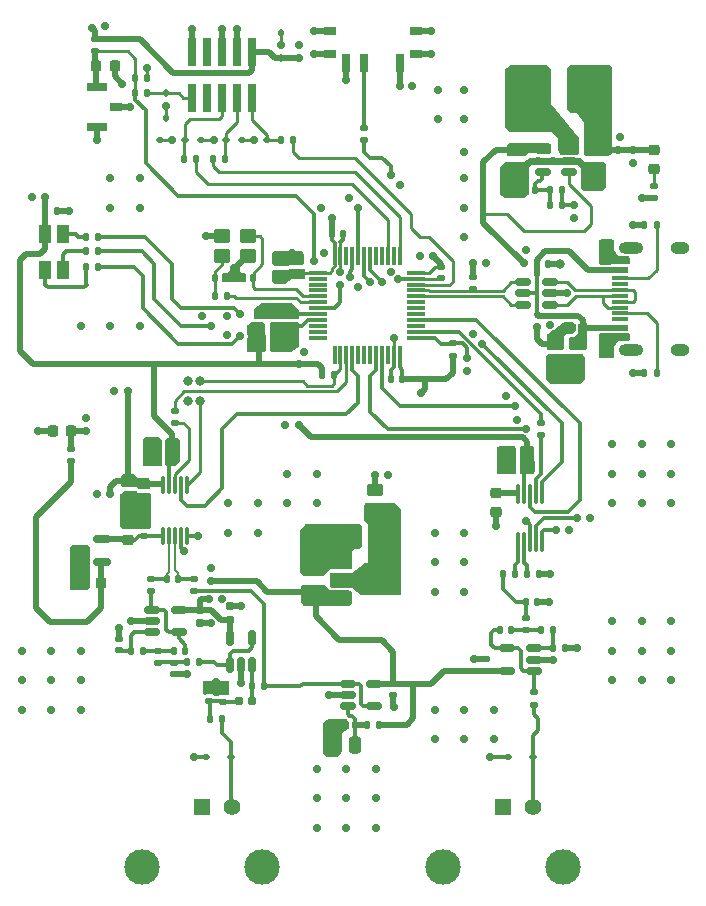
<source format=gbr>
%TF.GenerationSoftware,KiCad,Pcbnew,9.0.6*%
%TF.CreationDate,2025-12-09T00:58:21-06:00*%
%TF.ProjectId,Mixed_Signal_generator_analyzer,4d697865-645f-4536-9967-6e616c5f6765,rev?*%
%TF.SameCoordinates,Original*%
%TF.FileFunction,Copper,L1,Top*%
%TF.FilePolarity,Positive*%
%FSLAX46Y46*%
G04 Gerber Fmt 4.6, Leading zero omitted, Abs format (unit mm)*
G04 Created by KiCad (PCBNEW 9.0.6) date 2025-12-09 00:58:21*
%MOMM*%
%LPD*%
G01*
G04 APERTURE LIST*
G04 Aperture macros list*
%AMRoundRect*
0 Rectangle with rounded corners*
0 $1 Rounding radius*
0 $2 $3 $4 $5 $6 $7 $8 $9 X,Y pos of 4 corners*
0 Add a 4 corners polygon primitive as box body*
4,1,4,$2,$3,$4,$5,$6,$7,$8,$9,$2,$3,0*
0 Add four circle primitives for the rounded corners*
1,1,$1+$1,$2,$3*
1,1,$1+$1,$4,$5*
1,1,$1+$1,$6,$7*
1,1,$1+$1,$8,$9*
0 Add four rect primitives between the rounded corners*
20,1,$1+$1,$2,$3,$4,$5,0*
20,1,$1+$1,$4,$5,$6,$7,0*
20,1,$1+$1,$6,$7,$8,$9,0*
20,1,$1+$1,$8,$9,$2,$3,0*%
G04 Aperture macros list end*
%TA.AperFunction,SMDPad,CuDef*%
%ADD10RoundRect,0.035000X0.105000X-0.700000X0.105000X0.700000X-0.105000X0.700000X-0.105000X-0.700000X0*%
%TD*%
%TA.AperFunction,SMDPad,CuDef*%
%ADD11O,0.299999X1.699999*%
%TD*%
%TA.AperFunction,SMDPad,CuDef*%
%ADD12RoundRect,0.250000X-0.475000X0.250000X-0.475000X-0.250000X0.475000X-0.250000X0.475000X0.250000X0*%
%TD*%
%TA.AperFunction,SMDPad,CuDef*%
%ADD13RoundRect,0.140000X-0.170000X0.140000X-0.170000X-0.140000X0.170000X-0.140000X0.170000X0.140000X0*%
%TD*%
%TA.AperFunction,SMDPad,CuDef*%
%ADD14RoundRect,0.225000X0.225000X0.250000X-0.225000X0.250000X-0.225000X-0.250000X0.225000X-0.250000X0*%
%TD*%
%TA.AperFunction,SMDPad,CuDef*%
%ADD15RoundRect,0.147500X0.147500X0.172500X-0.147500X0.172500X-0.147500X-0.172500X0.147500X-0.172500X0*%
%TD*%
%TA.AperFunction,SMDPad,CuDef*%
%ADD16RoundRect,0.140000X-0.140000X-0.170000X0.140000X-0.170000X0.140000X0.170000X-0.140000X0.170000X0*%
%TD*%
%TA.AperFunction,SMDPad,CuDef*%
%ADD17RoundRect,0.135000X0.135000X0.185000X-0.135000X0.185000X-0.135000X-0.185000X0.135000X-0.185000X0*%
%TD*%
%TA.AperFunction,SMDPad,CuDef*%
%ADD18RoundRect,0.112500X-0.187500X-0.112500X0.187500X-0.112500X0.187500X0.112500X-0.187500X0.112500X0*%
%TD*%
%TA.AperFunction,SMDPad,CuDef*%
%ADD19RoundRect,0.140000X0.170000X-0.140000X0.170000X0.140000X-0.170000X0.140000X-0.170000X-0.140000X0*%
%TD*%
%TA.AperFunction,SMDPad,CuDef*%
%ADD20RoundRect,0.140000X0.140000X0.170000X-0.140000X0.170000X-0.140000X-0.170000X0.140000X-0.170000X0*%
%TD*%
%TA.AperFunction,SMDPad,CuDef*%
%ADD21RoundRect,0.135000X-0.185000X0.135000X-0.185000X-0.135000X0.185000X-0.135000X0.185000X0.135000X0*%
%TD*%
%TA.AperFunction,SMDPad,CuDef*%
%ADD22RoundRect,0.225000X-0.250000X0.225000X-0.250000X-0.225000X0.250000X-0.225000X0.250000X0.225000X0*%
%TD*%
%TA.AperFunction,SMDPad,CuDef*%
%ADD23RoundRect,0.150000X0.150000X-0.512500X0.150000X0.512500X-0.150000X0.512500X-0.150000X-0.512500X0*%
%TD*%
%TA.AperFunction,SMDPad,CuDef*%
%ADD24RoundRect,0.250000X0.250000X0.475000X-0.250000X0.475000X-0.250000X-0.475000X0.250000X-0.475000X0*%
%TD*%
%TA.AperFunction,SMDPad,CuDef*%
%ADD25RoundRect,0.135000X-0.135000X-0.185000X0.135000X-0.185000X0.135000X0.185000X-0.135000X0.185000X0*%
%TD*%
%TA.AperFunction,SMDPad,CuDef*%
%ADD26R,0.740000X2.400000*%
%TD*%
%TA.AperFunction,SMDPad,CuDef*%
%ADD27R,1.450000X0.600000*%
%TD*%
%TA.AperFunction,SMDPad,CuDef*%
%ADD28R,1.450000X0.300000*%
%TD*%
%TA.AperFunction,HeatsinkPad*%
%ADD29O,2.100000X1.000000*%
%TD*%
%TA.AperFunction,HeatsinkPad*%
%ADD30O,1.600000X1.000000*%
%TD*%
%TA.AperFunction,SMDPad,CuDef*%
%ADD31RoundRect,0.135000X0.185000X-0.135000X0.185000X0.135000X-0.185000X0.135000X-0.185000X-0.135000X0*%
%TD*%
%TA.AperFunction,SMDPad,CuDef*%
%ADD32R,2.565400X3.302000*%
%TD*%
%TA.AperFunction,SMDPad,CuDef*%
%ADD33RoundRect,0.155000X0.155000X-0.212500X0.155000X0.212500X-0.155000X0.212500X-0.155000X-0.212500X0*%
%TD*%
%TA.AperFunction,ComponentPad*%
%ADD34R,1.400000X1.400000*%
%TD*%
%TA.AperFunction,ComponentPad*%
%ADD35C,1.400000*%
%TD*%
%TA.AperFunction,ComponentPad*%
%ADD36C,3.000000*%
%TD*%
%TA.AperFunction,SMDPad,CuDef*%
%ADD37RoundRect,0.112500X-0.112500X0.187500X-0.112500X-0.187500X0.112500X-0.187500X0.112500X0.187500X0*%
%TD*%
%TA.AperFunction,SMDPad,CuDef*%
%ADD38R,1.100000X1.500000*%
%TD*%
%TA.AperFunction,SMDPad,CuDef*%
%ADD39RoundRect,0.225000X-0.225000X-0.250000X0.225000X-0.250000X0.225000X0.250000X-0.225000X0.250000X0*%
%TD*%
%TA.AperFunction,SMDPad,CuDef*%
%ADD40RoundRect,0.250000X0.475000X-0.250000X0.475000X0.250000X-0.475000X0.250000X-0.475000X-0.250000X0*%
%TD*%
%TA.AperFunction,SMDPad,CuDef*%
%ADD41RoundRect,0.250000X-0.450000X0.262500X-0.450000X-0.262500X0.450000X-0.262500X0.450000X0.262500X0*%
%TD*%
%TA.AperFunction,SMDPad,CuDef*%
%ADD42RoundRect,0.150000X0.587500X0.150000X-0.587500X0.150000X-0.587500X-0.150000X0.587500X-0.150000X0*%
%TD*%
%TA.AperFunction,SMDPad,CuDef*%
%ADD43RoundRect,0.070000X-0.710000X-0.070000X0.710000X-0.070000X0.710000X0.070000X-0.710000X0.070000X0*%
%TD*%
%TA.AperFunction,SMDPad,CuDef*%
%ADD44RoundRect,0.070000X-0.070000X-0.710000X0.070000X-0.710000X0.070000X0.710000X-0.070000X0.710000X0*%
%TD*%
%TA.AperFunction,SMDPad,CuDef*%
%ADD45RoundRect,0.112500X0.112500X-0.187500X0.112500X0.187500X-0.112500X0.187500X-0.112500X-0.187500X0*%
%TD*%
%TA.AperFunction,SMDPad,CuDef*%
%ADD46RoundRect,0.150000X-0.512500X-0.150000X0.512500X-0.150000X0.512500X0.150000X-0.512500X0.150000X0*%
%TD*%
%TA.AperFunction,SMDPad,CuDef*%
%ADD47RoundRect,0.155000X-0.155000X0.212500X-0.155000X-0.212500X0.155000X-0.212500X0.155000X0.212500X0*%
%TD*%
%TA.AperFunction,SMDPad,CuDef*%
%ADD48RoundRect,0.150000X0.512500X0.150000X-0.512500X0.150000X-0.512500X-0.150000X0.512500X-0.150000X0*%
%TD*%
%TA.AperFunction,SMDPad,CuDef*%
%ADD49R,1.500000X1.000000*%
%TD*%
%TA.AperFunction,SMDPad,CuDef*%
%ADD50R,2.000000X1.000000*%
%TD*%
%TA.AperFunction,SMDPad,CuDef*%
%ADD51O,3.700000X2.200000*%
%TD*%
%TA.AperFunction,SMDPad,CuDef*%
%ADD52RoundRect,0.225000X0.250000X-0.225000X0.250000X0.225000X-0.250000X0.225000X-0.250000X-0.225000X0*%
%TD*%
%TA.AperFunction,SMDPad,CuDef*%
%ADD53R,1.700000X0.800000*%
%TD*%
%TA.AperFunction,SMDPad,CuDef*%
%ADD54R,1.100000X0.800000*%
%TD*%
%TA.AperFunction,SMDPad,CuDef*%
%ADD55RoundRect,0.218750X0.256250X-0.218750X0.256250X0.218750X-0.256250X0.218750X-0.256250X-0.218750X0*%
%TD*%
%TA.AperFunction,SMDPad,CuDef*%
%ADD56RoundRect,0.218750X0.218750X0.256250X-0.218750X0.256250X-0.218750X-0.256250X0.218750X-0.256250X0*%
%TD*%
%TA.AperFunction,SMDPad,CuDef*%
%ADD57RoundRect,0.155000X-0.212500X-0.155000X0.212500X-0.155000X0.212500X0.155000X-0.212500X0.155000X0*%
%TD*%
%TA.AperFunction,SMDPad,CuDef*%
%ADD58RoundRect,0.250000X0.450000X0.350000X-0.450000X0.350000X-0.450000X-0.350000X0.450000X-0.350000X0*%
%TD*%
%TA.AperFunction,SMDPad,CuDef*%
%ADD59R,0.700000X1.500000*%
%TD*%
%TA.AperFunction,SMDPad,CuDef*%
%ADD60R,1.000000X0.800000*%
%TD*%
%TA.AperFunction,ViaPad*%
%ADD61C,0.700000*%
%TD*%
%TA.AperFunction,ViaPad*%
%ADD62C,0.800000*%
%TD*%
%TA.AperFunction,Conductor*%
%ADD63C,0.500000*%
%TD*%
%TA.AperFunction,Conductor*%
%ADD64C,0.300000*%
%TD*%
%TA.AperFunction,Conductor*%
%ADD65C,0.293370*%
%TD*%
%TA.AperFunction,Conductor*%
%ADD66C,0.200000*%
%TD*%
%TA.AperFunction,Conductor*%
%ADD67C,0.261112*%
%TD*%
G04 APERTURE END LIST*
D10*
%TO.P,U9,1,VREF*%
%TO.N,/ADC/ADC_VREF*%
X98480000Y-94559999D03*
%TO.P,U9,2,+IN*%
%TO.N,/ADC/ADC_IN+*%
X98980000Y-94559999D03*
%TO.P,U9,3,-LN*%
%TO.N,/ADC/ADC_IN-*%
X99480000Y-94559999D03*
%TO.P,U9,4,GND-1*%
%TO.N,GND*%
X99980000Y-94559999D03*
%TO.P,U9,5,GND*%
X100480000Y-94559999D03*
%TO.P,U9,6,CS*%
%TO.N,SPI1_NSS*%
X100480000Y-90259999D03*
%TO.P,U9,7,DOUT*%
%TO.N,SPI1_MISO*%
X99980000Y-90259999D03*
%TO.P,U9,8,SCLK*%
%TO.N,Net-(U9-SCLK)*%
X99480000Y-90259999D03*
%TO.P,U9,9,VLO*%
%TO.N,+3.3V*%
X98980000Y-90259999D03*
%TO.P,U9,10,VA*%
%TO.N,+3.3VA*%
X98480000Y-90259999D03*
%TD*%
D11*
%TO.P,U11,1,VOUTA*%
%TO.N,/DAC/DAC_OUT_A*%
X128549999Y-95049998D03*
%TO.P,U11,2,VOUTB*%
%TO.N,/DAC/DAC_OUT_B*%
X129049998Y-95049998D03*
%TO.P,U11,3,GND*%
%TO.N,GND*%
X129550000Y-95049998D03*
%TO.P,U11,4,LDAC_N*%
%TO.N,DAC_NLDAC*%
X130049999Y-95049998D03*
%TO.P,U11,5,CLR_N*%
%TO.N,DAC_NCLR*%
X130550001Y-95049998D03*
%TO.P,U11,6,SYNC_N*%
%TO.N,SPI2_NSS*%
X130550001Y-90949999D03*
%TO.P,U11,7,SCLK*%
%TO.N,/DAC/DAC_SCLK*%
X130049999Y-90949999D03*
%TO.P,U11,8,DIN*%
%TO.N,SPI2_MOSI*%
X129550000Y-90949999D03*
%TO.P,U11,9,AVDD*%
%TO.N,+3.3V*%
X129049998Y-90949999D03*
%TO.P,U11,10,VREFIN_VREFOUT*%
%TO.N,/DAC/DAC_VREF*%
X128549999Y-90949999D03*
%TD*%
D12*
%TO.P,C8,1*%
%TO.N,+3.3V*%
X134950000Y-61850000D03*
%TO.P,C8,2*%
%TO.N,GND*%
X134950000Y-63750000D03*
%TD*%
D13*
%TO.P,C15,1*%
%TO.N,+3.3V*%
X122000000Y-71770000D03*
%TO.P,C15,2*%
%TO.N,GND*%
X122000000Y-72730000D03*
%TD*%
D14*
%TO.P,C38,1*%
%TO.N,+3.3V*%
X99280000Y-86797794D03*
%TO.P,C38,2*%
%TO.N,GND*%
X97730000Y-86797794D03*
%TD*%
D15*
%TO.P,L1,1,1*%
%TO.N,VBUS*%
X133997500Y-76910000D03*
%TO.P,L1,2,2*%
%TO.N,+5V*%
X133027500Y-76910000D03*
%TD*%
D16*
%TO.P,C31,1*%
%TO.N,/ADC/ADC_IN+*%
X98800000Y-98150000D03*
%TO.P,C31,2*%
%TO.N,/ADC/ADC_IN-*%
X99760000Y-98150000D03*
%TD*%
D17*
%TO.P,R26,1*%
%TO.N,Net-(C24-Pad1)*%
X96790000Y-104250000D03*
%TO.P,R26,2*%
%TO.N,/ADC/IN_AA_BUF_IN*%
X95770000Y-104250000D03*
%TD*%
D18*
%TO.P,D4,1,A1*%
%TO.N,GND*%
X105200000Y-61000000D03*
%TO.P,D4,2,A2*%
%TO.N,/MCU/CONN_SWDIO*%
X107300000Y-61000000D03*
%TD*%
D19*
%TO.P,C17,1*%
%TO.N,+3.3V*%
X109958800Y-72254200D03*
%TO.P,C17,2*%
%TO.N,GND*%
X109958800Y-71294200D03*
%TD*%
D17*
%TO.P,R19,1*%
%TO.N,/MCU/CONN_SWCLK*%
X103760000Y-62600000D03*
%TO.P,R19,2*%
%TO.N,/MCU/SWD_CLK*%
X102740000Y-62600000D03*
%TD*%
D18*
%TO.P,D9,1,A1*%
%TO.N,GND*%
X127700000Y-113250000D03*
%TO.P,D9,2,A2*%
%TO.N,/DAC/OUT*%
X129800000Y-113250000D03*
%TD*%
D20*
%TO.P,C18,1*%
%TO.N,/MCU/HSE_IN*%
X106078800Y-72690400D03*
%TO.P,C18,2*%
%TO.N,GND*%
X105118800Y-72690400D03*
%TD*%
D21*
%TO.P,R36,1*%
%TO.N,SPI2_SCK*%
X130500000Y-84990000D03*
%TO.P,R36,2*%
%TO.N,/DAC/DAC_SCLK*%
X130500000Y-86010000D03*
%TD*%
D19*
%TO.P,C43,1*%
%TO.N,+3.3VA*%
X125850000Y-105955000D03*
%TO.P,C43,2*%
%TO.N,GND*%
X125850000Y-104995000D03*
%TD*%
D14*
%TO.P,C41,1*%
%TO.N,+3.3V*%
X129325000Y-87500000D03*
%TO.P,C41,2*%
%TO.N,GND*%
X127775000Y-87500000D03*
%TD*%
D22*
%TO.P,C2,1*%
%TO.N,VBUS*%
X133412500Y-78275000D03*
%TO.P,C2,2*%
%TO.N,GND*%
X133412500Y-79825000D03*
%TD*%
D23*
%TO.P,U6,1*%
%TO.N,/ADC/IN_BUF_OUT*%
X104130000Y-105487500D03*
%TO.P,U6,2,V-*%
%TO.N,GND*%
X105080000Y-105487500D03*
%TO.P,U6,3,+*%
%TO.N,/ADC/IN_BUF*%
X106030000Y-105487500D03*
%TO.P,U6,4,-*%
%TO.N,/ADC/IN_BUF_OUT*%
X106030000Y-103212500D03*
%TO.P,U6,5,V+*%
%TO.N,+3.3VA*%
X104130000Y-103212500D03*
%TD*%
D24*
%TO.P,C4,1*%
%TO.N,/Mixed_POWER/+5V_FILT*%
X116440000Y-94500000D03*
%TO.P,C4,2*%
%TO.N,GND*%
X114540000Y-94500000D03*
%TD*%
D25*
%TO.P,R4,1*%
%TO.N,/Mixed_POWER/BUCK_FB*%
X131240000Y-65250000D03*
%TO.P,R4,2*%
%TO.N,+3.3V*%
X132260000Y-65250000D03*
%TD*%
D26*
%TO.P,J3,1,Pin_1*%
%TO.N,+3.3V*%
X106040000Y-53550000D03*
%TO.P,J3,2,Pin_2*%
%TO.N,/MCU/CONN_SWDIO*%
X106040000Y-57450000D03*
%TO.P,J3,3,Pin_3*%
%TO.N,GND*%
X104770000Y-53550000D03*
%TO.P,J3,4,Pin_4*%
%TO.N,/MCU/CONN_SWCLK*%
X104770000Y-57450000D03*
%TO.P,J3,5,Pin_5*%
%TO.N,GND*%
X103500000Y-53550000D03*
%TO.P,J3,6,Pin_6*%
%TO.N,/MCU/CONN_SWO*%
X103500000Y-57450000D03*
%TO.P,J3,7,Pin_7*%
%TO.N,unconnected-(J3-Pin_7-Pad7)*%
X102230000Y-53550000D03*
%TO.P,J3,8,Pin_8*%
%TO.N,unconnected-(J3-Pin_8-Pad8)*%
X102230000Y-57450000D03*
%TO.P,J3,9,Pin_9*%
%TO.N,GND*%
X100960000Y-53550000D03*
%TO.P,J3,10,Pin_10*%
%TO.N,/MCU/CONN_NRST*%
X100960000Y-57450000D03*
%TD*%
D17*
%TO.P,R10,1*%
%TO.N,/MCU/TIM4_CH3*%
X93010000Y-69200000D03*
%TO.P,R10,2*%
%TO.N,Net-(D2-RK)*%
X91990000Y-69200000D03*
%TD*%
D20*
%TO.P,C42,1*%
%TO.N,+3.3V*%
X129030000Y-88900000D03*
%TO.P,C42,2*%
%TO.N,GND*%
X128070000Y-88900000D03*
%TD*%
D17*
%TO.P,R24,1*%
%TO.N,/ADC/IN_BUF_OUT*%
X101510000Y-105250000D03*
%TO.P,R24,2*%
%TO.N,Net-(C29-Pad1)*%
X100490000Y-105250000D03*
%TD*%
D27*
%TO.P,J2,A1,GND*%
%TO.N,GND*%
X137165000Y-77700000D03*
%TO.P,J2,A4,VBUS*%
%TO.N,VBUS*%
X137165000Y-76900000D03*
D28*
%TO.P,J2,A5,CC1*%
%TO.N,Net-(J2-CC1)*%
X137165000Y-75700000D03*
%TO.P,J2,A6,D+*%
%TO.N,/MCU/USB_C_D+*%
X137165000Y-74700000D03*
%TO.P,J2,A7,D-*%
%TO.N,/MCU/USB_C_D-*%
X137165000Y-74200000D03*
%TO.P,J2,A8,SBU1*%
%TO.N,unconnected-(J2-SBU1-PadA8)*%
X137165000Y-73200000D03*
D27*
%TO.P,J2,A9,VBUS*%
%TO.N,VBUS*%
X137165000Y-72000000D03*
%TO.P,J2,A12,GND*%
%TO.N,GND*%
X137165000Y-71200000D03*
%TO.P,J2,B1,GND*%
X137165000Y-71200000D03*
%TO.P,J2,B4,VBUS*%
%TO.N,VBUS*%
X137165000Y-72000000D03*
D28*
%TO.P,J2,B5,CC2*%
%TO.N,Net-(J2-CC2)*%
X137165000Y-72700000D03*
%TO.P,J2,B6,D+*%
%TO.N,/MCU/USB_C_D+*%
X137165000Y-73700000D03*
%TO.P,J2,B7,D-*%
%TO.N,/MCU/USB_C_D-*%
X137165000Y-75200000D03*
%TO.P,J2,B8,SBU2*%
%TO.N,unconnected-(J2-SBU2-PadB8)*%
X137165000Y-76200000D03*
D27*
%TO.P,J2,B9,VBUS*%
%TO.N,VBUS*%
X137165000Y-76900000D03*
%TO.P,J2,B12,GND*%
%TO.N,GND*%
X137165000Y-77700000D03*
D29*
%TO.P,J2,S1,SHIELD*%
%TO.N,unconnected-(J2-SHIELD-PadS1)_2*%
X138080000Y-78770000D03*
D30*
%TO.N,unconnected-(J2-SHIELD-PadS1)_3*%
X142260000Y-78770000D03*
D29*
%TO.N,unconnected-(J2-SHIELD-PadS1)*%
X138080000Y-70130000D03*
D30*
%TO.N,unconnected-(J2-SHIELD-PadS1)_1*%
X142260000Y-70130000D03*
%TD*%
D20*
%TO.P,C16,1*%
%TO.N,+3.3V*%
X118730000Y-81250000D03*
%TO.P,C16,2*%
%TO.N,GND*%
X117770000Y-81250000D03*
%TD*%
D19*
%TO.P,C30,1*%
%TO.N,/ADC/IN_AA_BUF_IN*%
X94750000Y-104230000D03*
%TO.P,C30,2*%
%TO.N,GND*%
X94750000Y-103270000D03*
%TD*%
D17*
%TO.P,R16,1*%
%TO.N,Net-(J2-CC2)*%
X140260000Y-68250000D03*
%TO.P,R16,2*%
%TO.N,GND*%
X139240000Y-68250000D03*
%TD*%
D21*
%TO.P,R31,1*%
%TO.N,SPI1_SCK*%
X99480000Y-83940000D03*
%TO.P,R31,2*%
%TO.N,Net-(U9-SCLK)*%
X99480000Y-84960000D03*
%TD*%
D31*
%TO.P,R27,1*%
%TO.N,/ADC/IN_AA_BUF_OUT*%
X97500000Y-99160000D03*
%TO.P,R27,2*%
%TO.N,/ADC/ADC_IN+*%
X97500000Y-98140000D03*
%TD*%
D17*
%TO.P,R15,1*%
%TO.N,Net-(J2-CC1)*%
X140260000Y-80750000D03*
%TO.P,R15,2*%
%TO.N,GND*%
X139240000Y-80750000D03*
%TD*%
%TO.P,R3,1*%
%TO.N,/Mixed_POWER/VREF*%
X114750000Y-110500000D03*
%TO.P,R3,2*%
%TO.N,GND*%
X113730000Y-110500000D03*
%TD*%
%TO.P,R12,1*%
%TO.N,/MCU/TIM4_CH2*%
X93010000Y-70450000D03*
%TO.P,R12,2*%
%TO.N,Net-(D2-GK)*%
X91990000Y-70450000D03*
%TD*%
D32*
%TO.P,L2,1,1*%
%TO.N,/Mixed_POWER/BUCK_SW*%
X129235400Y-56750000D03*
%TO.P,L2,2,2*%
%TO.N,+3.3V*%
X134264600Y-56750000D03*
%TD*%
D17*
%TO.P,R1,1*%
%TO.N,+3.3VA*%
X116750000Y-110500000D03*
%TO.P,R1,2*%
%TO.N,/Mixed_POWER/VREF*%
X115730000Y-110500000D03*
%TD*%
%TO.P,R21,1*%
%TO.N,/MCU/CONN_NRST*%
X97110000Y-57000000D03*
%TO.P,R21,2*%
%TO.N,/MCU/NRST*%
X96090000Y-57000000D03*
%TD*%
D20*
%TO.P,C23,1*%
%TO.N,GND*%
X97080000Y-55750000D03*
%TO.P,C23,2*%
%TO.N,/MCU/NRST*%
X96120000Y-55750000D03*
%TD*%
D19*
%TO.P,C28,1*%
%TO.N,/ADC/IN_RF*%
X102380000Y-108530000D03*
%TO.P,C28,2*%
%TO.N,GND*%
X102380000Y-107570000D03*
%TD*%
D22*
%TO.P,C36,1*%
%TO.N,+3.3VA*%
X95480000Y-89875000D03*
%TO.P,C36,2*%
%TO.N,GND*%
X95480000Y-91425000D03*
%TD*%
D20*
%TO.P,C21,1*%
%TO.N,GND*%
X131080000Y-71500000D03*
%TO.P,C21,2*%
%TO.N,VBUS*%
X130120000Y-71500000D03*
%TD*%
D33*
%TO.P,C25,1*%
%TO.N,+3.3VA*%
X104125000Y-101617500D03*
%TO.P,C25,2*%
%TO.N,GND*%
X104125000Y-100482500D03*
%TD*%
D34*
%TO.P,J5,1,In*%
%TO.N,GND*%
X127250000Y-117460000D03*
D35*
%TO.P,J5,2,Ext*%
%TO.N,/DAC/OUT*%
X129790000Y-117460000D03*
D36*
%TO.P,J5,3,GND*%
%TO.N,GND*%
X122170000Y-122540000D03*
%TO.P,J5,4,GND*%
X132330000Y-122540000D03*
%TD*%
D21*
%TO.P,R35,1*%
%TO.N,/DAC/OUT_AA_BUF_OUT*%
X129900000Y-107790000D03*
%TO.P,R35,2*%
%TO.N,/DAC/OUT*%
X129900000Y-108810000D03*
%TD*%
D37*
%TO.P,D3,1,A1*%
%TO.N,GND*%
X108500000Y-51950000D03*
%TO.P,D3,2,A2*%
%TO.N,+3.3V*%
X108500000Y-54050000D03*
%TD*%
D14*
%TO.P,C32,1*%
%TO.N,+5V*%
X90675000Y-85650000D03*
%TO.P,C32,2*%
%TO.N,GND*%
X89125000Y-85650000D03*
%TD*%
D38*
%TO.P,D2,1,RK*%
%TO.N,Net-(D2-RK)*%
X90000000Y-69000000D03*
%TO.P,D2,2,GK*%
%TO.N,Net-(D2-GK)*%
X90000000Y-72000000D03*
%TO.P,D2,3,BK*%
%TO.N,Net-(D2-BK)*%
X88500000Y-72000000D03*
%TO.P,D2,4,A*%
%TO.N,+3.3V*%
X88500000Y-69000000D03*
%TD*%
D24*
%TO.P,C6,1*%
%TO.N,/Mixed_POWER/VREF*%
X114750000Y-112250000D03*
%TO.P,C6,2*%
%TO.N,GND*%
X112850000Y-112250000D03*
%TD*%
D39*
%TO.P,C22,1*%
%TO.N,/MCU/NRST*%
X92825000Y-54750000D03*
%TO.P,C22,2*%
%TO.N,GND*%
X94375000Y-54750000D03*
%TD*%
D17*
%TO.P,R32,1*%
%TO.N,/DAC/DAC_OUT_A*%
X128260000Y-97750000D03*
%TO.P,R32,2*%
%TO.N,Net-(C44-Pad1)*%
X127240000Y-97750000D03*
%TD*%
D31*
%TO.P,R25,1*%
%TO.N,Net-(C29-Pad1)*%
X98080000Y-105260000D03*
%TO.P,R25,2*%
%TO.N,Net-(C24-Pad1)*%
X98080000Y-104240000D03*
%TD*%
D21*
%TO.P,R28,1*%
%TO.N,GND*%
X103580000Y-107540000D03*
%TO.P,R28,2*%
%TO.N,/ADC/IN_RF*%
X103580000Y-108560000D03*
%TD*%
D13*
%TO.P,C37,1*%
%TO.N,+3.3VA*%
X96880000Y-90170000D03*
%TO.P,C37,2*%
%TO.N,GND*%
X96880000Y-91130000D03*
%TD*%
D25*
%TO.P,R7,1*%
%TO.N,/MCU/XTAL_IN*%
X102908800Y-74190400D03*
%TO.P,R7,2*%
%TO.N,/MCU/HSE_OUT*%
X103928800Y-74190400D03*
%TD*%
D20*
%TO.P,C9,1*%
%TO.N,+3.3V*%
X132230000Y-66500000D03*
%TO.P,C9,2*%
%TO.N,/Mixed_POWER/BUCK_FB*%
X131270000Y-66500000D03*
%TD*%
D40*
%TO.P,C5,1*%
%TO.N,+3.3VA*%
X111390000Y-99250000D03*
%TO.P,C5,2*%
%TO.N,GND*%
X111390000Y-97350000D03*
%TD*%
D22*
%TO.P,C46,1*%
%TO.N,/DAC/DAC_VREF*%
X126650000Y-90925000D03*
%TO.P,C46,2*%
%TO.N,GND*%
X126650000Y-92475000D03*
%TD*%
D31*
%TO.P,R14,1*%
%TO.N,+3.3V*%
X123000000Y-79260000D03*
%TO.P,R14,2*%
%TO.N,SPI2_NSS*%
X123000000Y-78240000D03*
%TD*%
D41*
%TO.P,R2,1*%
%TO.N,+5V*%
X116440000Y-90637500D03*
%TO.P,R2,2*%
%TO.N,/Mixed_POWER/+5V_FILT*%
X116440000Y-92462500D03*
%TD*%
D42*
%TO.P,U8,1,IN*%
%TO.N,/ADC/ADC_VREF_VIN*%
X93317500Y-96700000D03*
%TO.P,U8,2,OUT*%
%TO.N,/ADC/ADC_VREF*%
X93317500Y-94800000D03*
%TO.P,U8,3,GND*%
%TO.N,GND*%
X91442500Y-95750000D03*
%TD*%
D18*
%TO.P,D5,1,A1*%
%TO.N,GND*%
X101725000Y-61000000D03*
%TO.P,D5,2,A2*%
%TO.N,/MCU/CONN_SWCLK*%
X103825000Y-61000000D03*
%TD*%
D43*
%TO.P,U4,1,VBAT*%
%TO.N,+3.3V*%
X111570000Y-72250000D03*
%TO.P,U4,2,PC13*%
%TO.N,/MCU/PC13*%
X111570000Y-72750000D03*
%TO.P,U4,3,PC14*%
%TO.N,/MCU/PC14*%
X111570000Y-73250000D03*
%TO.P,U4,4,PC15*%
%TO.N,/MCU/PC15*%
X111570000Y-73750000D03*
%TO.P,U4,5,PD0*%
%TO.N,/MCU/HSE_IN*%
X111570000Y-74250000D03*
%TO.P,U4,6,PD1*%
%TO.N,/MCU/HSE_OUT*%
X111570000Y-74750000D03*
%TO.P,U4,7,NRST*%
%TO.N,/MCU/NRST*%
X111570000Y-75250000D03*
%TO.P,U4,8,VSSA*%
%TO.N,GND*%
X111570000Y-75750000D03*
%TO.P,U4,9,VDDA*%
%TO.N,+3.3VA*%
X111570000Y-76250000D03*
%TO.P,U4,10,PA0*%
%TO.N,/MCU/PA0*%
X111570000Y-76750000D03*
%TO.P,U4,11,PA1*%
%TO.N,/MCU/PA1*%
X111570000Y-77250000D03*
%TO.P,U4,12,PA2*%
%TO.N,/MCU/USART2_TX*%
X111570000Y-77750000D03*
D44*
%TO.P,U4,13,PA3*%
%TO.N,/MCU/USART2_RX*%
X113000000Y-79180000D03*
%TO.P,U4,14,PA4*%
%TO.N,SPI1_NSS*%
X113500000Y-79180000D03*
%TO.P,U4,15,PA5*%
%TO.N,SPI1_SCK*%
X114000000Y-79180000D03*
%TO.P,U4,16,PA6*%
%TO.N,SPI1_MISO*%
X114500000Y-79180000D03*
%TO.P,U4,17,PA7*%
%TO.N,/MCU/PA7*%
X115000000Y-79180000D03*
%TO.P,U4,18,PB0*%
%TO.N,/MCU/PB0*%
X115500000Y-79180000D03*
%TO.P,U4,19,PB1*%
%TO.N,/MCU/PB1*%
X116000000Y-79180000D03*
%TO.P,U4,20,PB2*%
%TO.N,DAC_NCLR*%
X116500000Y-79180000D03*
%TO.P,U4,21,PB10*%
%TO.N,DAC_NLDAC*%
X117000000Y-79180000D03*
%TO.P,U4,22,PB11*%
%TO.N,/MCU/PB11*%
X117500000Y-79180000D03*
%TO.P,U4,23,VSS*%
%TO.N,GND*%
X118000000Y-79180000D03*
%TO.P,U4,24,VDD*%
%TO.N,+3.3V*%
X118500000Y-79180000D03*
D43*
%TO.P,U4,25,PB12*%
%TO.N,SPI2_NSS*%
X119930000Y-77750000D03*
%TO.P,U4,26,PB13*%
%TO.N,SPI2_SCK*%
X119930000Y-77250000D03*
%TO.P,U4,27,PB14*%
%TO.N,/MCU/PB14*%
X119930000Y-76750000D03*
%TO.P,U4,28,PB15*%
%TO.N,SPI2_MOSI*%
X119930000Y-76250000D03*
%TO.P,U4,29,PA8*%
%TO.N,/MCU/PA8*%
X119930000Y-75750000D03*
%TO.P,U4,30,PA9*%
%TO.N,/MCU/PA9*%
X119930000Y-75250000D03*
%TO.P,U4,31,PA10*%
%TO.N,/MCU/PA10*%
X119930000Y-74750000D03*
%TO.P,U4,32,PA11*%
%TO.N,/MCU/USB_D-*%
X119930000Y-74250000D03*
%TO.P,U4,33,PA12*%
%TO.N,/MCU/USB_D+*%
X119930000Y-73750000D03*
%TO.P,U4,34,PA13*%
%TO.N,/MCU/SWD_IO*%
X119930000Y-73250000D03*
%TO.P,U4,35,VSS*%
%TO.N,GND*%
X119930000Y-72750000D03*
%TO.P,U4,36,VDD*%
%TO.N,+3.3V*%
X119930000Y-72250000D03*
D44*
%TO.P,U4,37,PA14*%
%TO.N,/MCU/SWD_CLK*%
X118500000Y-70820000D03*
%TO.P,U4,38,PA15*%
%TO.N,/MCU/PA15*%
X118000000Y-70820000D03*
%TO.P,U4,39,PB3*%
%TO.N,/MCU/SWO*%
X117500000Y-70820000D03*
%TO.P,U4,40,PB4*%
%TO.N,/MCU/PB4*%
X117000000Y-70820000D03*
%TO.P,U4,41,PB5*%
%TO.N,/MCU/PB5*%
X116500000Y-70820000D03*
%TO.P,U4,42,PB6*%
%TO.N,/MCU/TIM4_CH1*%
X116000000Y-70820000D03*
%TO.P,U4,43,PB7*%
%TO.N,/MCU/TIM4_CH2*%
X115500000Y-70820000D03*
%TO.P,U4,44,BOOT0*%
%TO.N,/MCU/BOOT0*%
X115000000Y-70820000D03*
%TO.P,U4,45,PB8*%
%TO.N,/MCU/TIM4_CH3*%
X114500000Y-70820000D03*
%TO.P,U4,46,PB9*%
%TO.N,/MCU/PB9*%
X114000000Y-70820000D03*
%TO.P,U4,47,VSS*%
%TO.N,GND*%
X113500000Y-70820000D03*
%TO.P,U4,48,VDD*%
%TO.N,+3.3V*%
X113000000Y-70820000D03*
%TD*%
D14*
%TO.P,C33,1*%
%TO.N,/ADC/ADC_VREF_VIN*%
X93255000Y-98525000D03*
%TO.P,C33,2*%
%TO.N,GND*%
X91705000Y-98525000D03*
%TD*%
D34*
%TO.P,J4,1,In*%
%TO.N,GND*%
X101750000Y-117460000D03*
D35*
%TO.P,J4,2,Ext*%
%TO.N,Net-(D8-A2)*%
X104290000Y-117460000D03*
D36*
%TO.P,J4,3,GND*%
%TO.N,GND*%
X96670000Y-122540000D03*
%TO.P,J4,4,GND*%
X106830000Y-122540000D03*
%TD*%
D17*
%TO.P,R23,1*%
%TO.N,Net-(D8-A2)*%
X103510000Y-110000000D03*
%TO.P,R23,2*%
%TO.N,/ADC/IN_RF*%
X102490000Y-110000000D03*
%TD*%
D21*
%TO.P,R17,1*%
%TO.N,+3.3V*%
X92750000Y-52490000D03*
%TO.P,R17,2*%
%TO.N,/MCU/NRST*%
X92750000Y-53510000D03*
%TD*%
D20*
%TO.P,C40,1*%
%TO.N,Net-(C40-Pad1)*%
X127930000Y-102500000D03*
%TO.P,C40,2*%
%TO.N,/DAC/OUT_AA_BUF_OUT*%
X126970000Y-102500000D03*
%TD*%
D45*
%TO.P,D7,1,A1*%
%TO.N,GND*%
X98700000Y-59150000D03*
%TO.P,D7,2,A2*%
%TO.N,/MCU/CONN_NRST*%
X98700000Y-57050000D03*
%TD*%
D20*
%TO.P,C20,1*%
%TO.N,GND*%
X89480000Y-67000000D03*
%TO.P,C20,2*%
%TO.N,+3.3V*%
X88520000Y-67000000D03*
%TD*%
D21*
%TO.P,R33,1*%
%TO.N,Net-(C44-Pad1)*%
X129250000Y-101490000D03*
%TO.P,R33,2*%
%TO.N,Net-(C40-Pad1)*%
X129250000Y-102510000D03*
%TD*%
D46*
%TO.P,U2,1*%
%TO.N,VCOM*%
X114102500Y-107050000D03*
%TO.P,U2,2,V-*%
%TO.N,GND*%
X114102500Y-108000000D03*
%TO.P,U2,3,+*%
%TO.N,/Mixed_POWER/VREF*%
X114102500Y-108950000D03*
%TO.P,U2,4,-*%
%TO.N,VCOM*%
X116377500Y-108950000D03*
%TO.P,U2,5,V+*%
%TO.N,+3.3VA*%
X116377500Y-107050000D03*
%TD*%
D47*
%TO.P,C26,1*%
%TO.N,+3.3VA*%
X101580000Y-100782500D03*
%TO.P,C26,2*%
%TO.N,GND*%
X101580000Y-101917500D03*
%TD*%
D48*
%TO.P,U5,1,I/O1*%
%TO.N,/MCU/USB_C_D-*%
X131247500Y-74940000D03*
%TO.P,U5,2,GND*%
%TO.N,GND*%
X131247500Y-73990000D03*
%TO.P,U5,3,I/O2*%
%TO.N,/MCU/USB_C_D+*%
X131247500Y-73040000D03*
%TO.P,U5,4,I/O2*%
%TO.N,/MCU/USB_D+*%
X128972500Y-73040000D03*
%TO.P,U5,5,VBUS*%
%TO.N,VBUS*%
X128972500Y-73990000D03*
%TO.P,U5,6,I/O1*%
%TO.N,/MCU/USB_D-*%
X128972500Y-74940000D03*
%TD*%
D25*
%TO.P,R6,1*%
%TO.N,GND*%
X128990000Y-65250000D03*
%TO.P,R6,2*%
%TO.N,/Mixed_POWER/BUCK_FB*%
X130010000Y-65250000D03*
%TD*%
D21*
%TO.P,R11,1*%
%TO.N,/MCU/SW_BOOT0*%
X115500000Y-59990000D03*
%TO.P,R11,2*%
%TO.N,/MCU/BOOT0*%
X115500000Y-61010000D03*
%TD*%
D18*
%TO.P,D8,1,A1*%
%TO.N,GND*%
X102150000Y-113250000D03*
%TO.P,D8,2,A2*%
%TO.N,Net-(D8-A2)*%
X104250000Y-113250000D03*
%TD*%
D13*
%TO.P,C29,1*%
%TO.N,Net-(C29-Pad1)*%
X99380000Y-105270000D03*
%TO.P,C29,2*%
%TO.N,GND*%
X99380000Y-106230000D03*
%TD*%
D49*
%TO.P,U1,1*%
%TO.N,GND*%
X113519000Y-96751000D03*
D50*
%TO.P,U1,2,VI*%
%TO.N,/Mixed_POWER/+5V_FILT*%
X113773000Y-98250000D03*
D51*
%TO.P,U1,2@1,VI*%
X116440000Y-98250000D03*
D49*
%TO.P,U1,3,VO*%
%TO.N,+3.3VA*%
X113519000Y-99749000D03*
%TD*%
D12*
%TO.P,C7,1*%
%TO.N,+5V*%
X128550000Y-61850000D03*
%TO.P,C7,2*%
%TO.N,GND*%
X128550000Y-63750000D03*
%TD*%
D16*
%TO.P,C45,1*%
%TO.N,/DAC/OUT_AA_BUF_IN*%
X131520000Y-104000000D03*
%TO.P,C45,2*%
%TO.N,GND*%
X132480000Y-104000000D03*
%TD*%
D21*
%TO.P,R9,1*%
%TO.N,+3.3V*%
X124720000Y-72590000D03*
%TO.P,R9,2*%
%TO.N,/MCU/USB_D+*%
X124720000Y-73610000D03*
%TD*%
D19*
%TO.P,C11,1*%
%TO.N,+3.3VA*%
X108066500Y-76724600D03*
%TO.P,C11,2*%
%TO.N,GND*%
X108066500Y-75764600D03*
%TD*%
D25*
%TO.P,R8,1*%
%TO.N,+3.3V*%
X111940000Y-80950000D03*
%TO.P,R8,2*%
%TO.N,SPI1_NSS*%
X112960000Y-80950000D03*
%TD*%
D48*
%TO.P,U10,1*%
%TO.N,/DAC/OUT_AA_BUF_OUT*%
X129887500Y-105950000D03*
%TO.P,U10,2,V-*%
%TO.N,GND*%
X129887500Y-105000000D03*
%TO.P,U10,3,+*%
%TO.N,/DAC/OUT_AA_BUF_IN*%
X129887500Y-104050000D03*
%TO.P,U10,4,-*%
%TO.N,/DAC/OUT_AA_BUF_OUT*%
X127612500Y-104050000D03*
%TO.P,U10,5,V+*%
%TO.N,+3.3VA*%
X127612500Y-105950000D03*
%TD*%
D25*
%TO.P,R20,1*%
%TO.N,/MCU/CONN_SWO*%
X100240000Y-62600000D03*
%TO.P,R20,2*%
%TO.N,/MCU/SWO*%
X101260000Y-62600000D03*
%TD*%
D46*
%TO.P,U7,1*%
%TO.N,/ADC/IN_AA_BUF_OUT*%
X97542500Y-100800000D03*
%TO.P,U7,2,V-*%
%TO.N,GND*%
X97542500Y-101750000D03*
%TO.P,U7,3,+*%
%TO.N,/ADC/IN_AA_BUF_IN*%
X97542500Y-102700000D03*
%TO.P,U7,4,-*%
%TO.N,/ADC/IN_AA_BUF_OUT*%
X99817500Y-102700000D03*
%TO.P,U7,5,V+*%
%TO.N,+3.3VA*%
X99817500Y-100800000D03*
%TD*%
D52*
%TO.P,C13,1*%
%TO.N,+3.3V*%
X108384000Y-72549200D03*
%TO.P,C13,2*%
%TO.N,GND*%
X108384000Y-70999200D03*
%TD*%
D17*
%TO.P,R13,1*%
%TO.N,/MCU/TIM4_CH1*%
X93010000Y-71750000D03*
%TO.P,R13,2*%
%TO.N,Net-(D2-BK)*%
X91990000Y-71750000D03*
%TD*%
D52*
%TO.P,C34,1*%
%TO.N,/ADC/ADC_VREF*%
X95480000Y-94875000D03*
%TO.P,C34,2*%
%TO.N,GND*%
X95480000Y-93325000D03*
%TD*%
D20*
%TO.P,C39,1*%
%TO.N,+3.3V*%
X98985000Y-88227794D03*
%TO.P,C39,2*%
%TO.N,GND*%
X98025000Y-88227794D03*
%TD*%
D19*
%TO.P,C1,1*%
%TO.N,GND*%
X117990000Y-108005000D03*
%TO.P,C1,2*%
%TO.N,+3.3VA*%
X117990000Y-107045000D03*
%TD*%
D53*
%TO.P,S1,1,1*%
%TO.N,/MCU/NRST*%
X92850000Y-56550000D03*
%TO.P,S1,2,2*%
%TO.N,GND*%
X92850000Y-59950000D03*
D54*
%TO.P,S1,3,3*%
X94500000Y-58250000D03*
%TD*%
D55*
%TO.P,D1,1,K*%
%TO.N,/Mixed_POWER/LED_PWR_K*%
X140050000Y-63450000D03*
%TO.P,D1,2,A*%
%TO.N,+3.3V*%
X140050000Y-61875000D03*
%TD*%
D19*
%TO.P,C35,1*%
%TO.N,/ADC/ADC_VREF*%
X96880000Y-94500000D03*
%TO.P,C35,2*%
%TO.N,GND*%
X96880000Y-93540000D03*
%TD*%
D16*
%TO.P,C14,1*%
%TO.N,+3.3V*%
X112755400Y-69000000D03*
%TO.P,C14,2*%
%TO.N,GND*%
X113715400Y-69000000D03*
%TD*%
D19*
%TO.P,C10,1*%
%TO.N,+3.3VA*%
X109501600Y-76724600D03*
%TO.P,C10,2*%
%TO.N,GND*%
X109501600Y-75764600D03*
%TD*%
D18*
%TO.P,D6,1,A1*%
%TO.N,GND*%
X98225000Y-61000000D03*
%TO.P,D6,2,A2*%
%TO.N,/MCU/CONN_SWO*%
X100325000Y-61000000D03*
%TD*%
D31*
%TO.P,R29,1*%
%TO.N,VCOM*%
X101100000Y-99160000D03*
%TO.P,R29,2*%
%TO.N,/ADC/ADC_IN-*%
X101100000Y-98140000D03*
%TD*%
D22*
%TO.P,C3,1*%
%TO.N,+5V*%
X131662500Y-78275000D03*
%TO.P,C3,2*%
%TO.N,GND*%
X131662500Y-79825000D03*
%TD*%
D17*
%TO.P,R37,1*%
%TO.N,GND*%
X130310000Y-97750000D03*
%TO.P,R37,2*%
%TO.N,/DAC/DAC_OUT_B*%
X129290000Y-97750000D03*
%TD*%
D25*
%TO.P,R18,1*%
%TO.N,/MCU/CONN_SWDIO*%
X108490000Y-61000000D03*
%TO.P,R18,2*%
%TO.N,/MCU/SWD_IO*%
X109510000Y-61000000D03*
%TD*%
D48*
%TO.P,U3,1,EN*%
%TO.N,+5V*%
X132887500Y-63750000D03*
%TO.P,U3,2,GND*%
%TO.N,GND*%
X132887500Y-62800000D03*
%TO.P,U3,3,SW*%
%TO.N,/Mixed_POWER/BUCK_SW*%
X132887500Y-61850000D03*
%TO.P,U3,4,VIN*%
%TO.N,+5V*%
X130612500Y-61850000D03*
%TO.P,U3,5,FB*%
%TO.N,/Mixed_POWER/BUCK_FB*%
X130612500Y-63750000D03*
%TD*%
D56*
%TO.P,FB1,1*%
%TO.N,+3.3VA*%
X108155500Y-78251200D03*
%TO.P,FB1,2*%
%TO.N,+3.3V*%
X106580500Y-78251200D03*
%TD*%
D57*
%TO.P,C27,1*%
%TO.N,/ADC/IN_RF*%
X104912500Y-108550000D03*
%TO.P,C27,2*%
%TO.N,/ADC/IN_BUF*%
X106047500Y-108550000D03*
%TD*%
D16*
%TO.P,C19,1*%
%TO.N,/MCU/XTAL_IN*%
X102918800Y-72690400D03*
%TO.P,C19,2*%
%TO.N,GND*%
X103878800Y-72690400D03*
%TD*%
%TO.P,C44,1*%
%TO.N,Net-(C44-Pad1)*%
X129170000Y-100100000D03*
%TO.P,C44,2*%
%TO.N,GND*%
X130130000Y-100100000D03*
%TD*%
D25*
%TO.P,R34,1*%
%TO.N,Net-(C40-Pad1)*%
X130490000Y-102500000D03*
%TO.P,R34,2*%
%TO.N,/DAC/OUT_AA_BUF_IN*%
X131510000Y-102500000D03*
%TD*%
D31*
%TO.P,R5,1*%
%TO.N,GND*%
X140050000Y-65922500D03*
%TO.P,R5,2*%
%TO.N,/Mixed_POWER/LED_PWR_K*%
X140050000Y-64902500D03*
%TD*%
D16*
%TO.P,C24,1*%
%TO.N,Net-(C24-Pad1)*%
X99400000Y-104250000D03*
%TO.P,C24,2*%
%TO.N,/ADC/IN_AA_BUF_OUT*%
X100360000Y-104250000D03*
%TD*%
D21*
%TO.P,R30,1*%
%TO.N,+5V*%
X90700000Y-87140000D03*
%TO.P,R30,2*%
%TO.N,/ADC/ADC_VREF_VIN*%
X90700000Y-88160000D03*
%TD*%
D19*
%TO.P,C12,1*%
%TO.N,+3.3V*%
X106631400Y-76724600D03*
%TO.P,C12,2*%
%TO.N,GND*%
X106631400Y-75764600D03*
%TD*%
D58*
%TO.P,Y1,1,1*%
%TO.N,/MCU/HSE_IN*%
X105648600Y-69171600D03*
%TO.P,Y1,2,2*%
%TO.N,GND*%
X103448600Y-69171600D03*
%TO.P,Y1,3,3*%
%TO.N,/MCU/XTAL_IN*%
X103448600Y-70871600D03*
%TO.P,Y1,4,4*%
%TO.N,GND*%
X105648600Y-70871600D03*
%TD*%
D59*
%TO.P,SW1,1*%
%TO.N,+3.3V*%
X118500000Y-54500000D03*
%TO.P,SW1,2*%
%TO.N,/MCU/SW_BOOT0*%
X115500000Y-54500000D03*
%TO.P,SW1,3*%
%TO.N,GND*%
X114000000Y-54500000D03*
D60*
%TO.P,SW1,S1,SHIELD*%
X119900000Y-53715000D03*
%TO.P,SW1,S2,SHIELD__1*%
X119900000Y-51785000D03*
%TO.P,SW1,S3,SHIELD__2*%
X112600000Y-51785000D03*
%TO.P,SW1,S4,SHIELD__3*%
X112600000Y-53715000D03*
%TD*%
D25*
%TO.P,R22,1*%
%TO.N,/ADC/IN_BUF*%
X105990000Y-107250000D03*
%TO.P,R22,2*%
%TO.N,VCOM*%
X107010000Y-107250000D03*
%TD*%
D61*
%TO.N,+3.3VA*%
X102400000Y-99850000D03*
X94000000Y-90950000D03*
X102500000Y-98350000D03*
X95480000Y-82270000D03*
X109450000Y-78350000D03*
%TO.N,GND*%
X106200000Y-61000000D03*
X108800000Y-75150000D03*
D62*
X132050000Y-71500000D03*
D61*
X112000000Y-94050000D03*
X110600000Y-94050000D03*
X135500000Y-64950000D03*
X112750000Y-110750000D03*
X100275000Y-95850000D03*
X112000000Y-96150000D03*
X114200000Y-65950000D03*
X116500000Y-116750000D03*
X126650000Y-93700000D03*
X110400000Y-78950000D03*
D62*
X135850000Y-77842104D03*
D61*
X139000000Y-86750000D03*
X102500000Y-101900000D03*
X94750000Y-102350000D03*
X106500000Y-94250000D03*
X133250000Y-67600000D03*
X136500000Y-86750000D03*
X102500000Y-97250000D03*
X111500000Y-114250000D03*
D62*
X133412500Y-81150000D03*
D61*
X126500000Y-111750000D03*
X91225000Y-96525000D03*
X94000000Y-64250000D03*
X100500000Y-106250000D03*
X127500000Y-82700000D03*
X106500000Y-91750000D03*
X100950000Y-51650000D03*
X131250000Y-76660000D03*
X124000000Y-66750000D03*
X119600000Y-56400000D03*
D62*
X135850000Y-71050000D03*
D61*
X113450000Y-72150000D03*
X96850000Y-92700000D03*
X136500000Y-89250000D03*
X136500000Y-101750000D03*
X129175000Y-93300000D03*
X111300000Y-51750000D03*
X109400000Y-70600000D03*
X114000000Y-119250000D03*
X125800000Y-71450000D03*
X124750000Y-77450000D03*
X98750000Y-58150000D03*
X86500000Y-104250000D03*
X105100000Y-100475000D03*
X107350000Y-75150000D03*
X139000000Y-89250000D03*
X101750000Y-75950000D03*
X92850000Y-61050000D03*
X111500000Y-116750000D03*
X121200000Y-51775000D03*
X138250000Y-80750000D03*
X121500000Y-111750000D03*
X113300000Y-95050000D03*
X131500000Y-62800000D03*
X111875000Y-66800000D03*
X139000000Y-104250000D03*
X111500000Y-91750000D03*
X131150000Y-100100000D03*
X90500000Y-67000000D03*
X128150000Y-65250000D03*
X93600000Y-51350000D03*
X108500000Y-52950000D03*
D62*
X100600000Y-81450000D03*
D61*
X102775000Y-61000000D03*
X110000000Y-52950000D03*
X117750000Y-72200000D03*
X116500000Y-114250000D03*
X89000000Y-109250000D03*
X115000000Y-73500000D03*
X96500000Y-76750000D03*
X121500000Y-94250000D03*
X87855000Y-85650000D03*
X121500000Y-99250000D03*
X89000000Y-106750000D03*
X101400000Y-94559999D03*
X86500000Y-109250000D03*
X94000000Y-66750000D03*
X91500000Y-104250000D03*
X104750000Y-51650000D03*
X95550000Y-92350000D03*
X134600000Y-93000000D03*
D62*
X100600000Y-83100000D03*
D61*
X139050000Y-65900000D03*
X91500000Y-106750000D03*
X104000000Y-91750000D03*
X110600000Y-95050000D03*
X99225000Y-61000000D03*
X116500000Y-119250000D03*
X111500000Y-119250000D03*
D62*
X131612500Y-81150000D03*
D61*
X113300000Y-94050000D03*
X102950000Y-106925000D03*
X133500000Y-104000000D03*
X121500000Y-96750000D03*
X109000000Y-89250000D03*
X117550000Y-89400000D03*
X118500000Y-64800000D03*
X141500000Y-101750000D03*
X139000000Y-91750000D03*
X141500000Y-86750000D03*
D62*
X136150000Y-78942104D03*
D61*
X102125000Y-69175000D03*
D62*
X136150000Y-69950000D03*
D61*
X91950000Y-84550000D03*
X136500000Y-104250000D03*
X124000000Y-109250000D03*
X103900000Y-77500000D03*
X124250000Y-80600000D03*
X124000000Y-69250000D03*
X103500000Y-51650000D03*
X96500000Y-64250000D03*
X95000000Y-56250000D03*
X114000000Y-55900000D03*
X138250000Y-68250000D03*
X132710000Y-73990000D03*
X112500000Y-108000000D03*
X109000000Y-91750000D03*
X127225000Y-88625000D03*
X91225000Y-97325000D03*
X141500000Y-106750000D03*
X132850000Y-94050000D03*
X138300000Y-62950000D03*
X104525000Y-71975000D03*
X111300000Y-53750000D03*
X131500000Y-105000000D03*
X136500000Y-106750000D03*
X131250000Y-97750000D03*
X121750000Y-59250000D03*
X129200000Y-70300000D03*
X105075000Y-107000000D03*
X120200000Y-70800000D03*
X124000000Y-94250000D03*
X96850000Y-91950000D03*
X139000000Y-106750000D03*
X104000000Y-94250000D03*
X91500000Y-76750000D03*
X124800000Y-104975000D03*
X124000000Y-59250000D03*
X87400000Y-65850000D03*
X103900000Y-75950000D03*
X127400000Y-64750000D03*
X114000000Y-116750000D03*
X134300000Y-64950000D03*
X97080000Y-54900000D03*
X137150000Y-60750000D03*
X89000000Y-104250000D03*
X95750000Y-101750000D03*
X103500000Y-99850000D03*
X121750000Y-56750000D03*
X118000000Y-109025000D03*
X96500000Y-66750000D03*
X136500000Y-91750000D03*
X139000000Y-101750000D03*
X101100000Y-113250000D03*
X124000000Y-62000000D03*
X112000000Y-95050000D03*
X110600000Y-96150000D03*
X97175000Y-88022794D03*
X91500000Y-109250000D03*
X121200000Y-53700000D03*
X108800000Y-85150000D03*
X95700000Y-58250000D03*
X118400000Y-72750000D03*
X124000000Y-96750000D03*
X92900000Y-90950000D03*
X130250000Y-62800000D03*
X111500000Y-89250000D03*
X124000000Y-64250000D03*
X112100000Y-70550000D03*
X94000000Y-76750000D03*
X121500000Y-109250000D03*
X124000000Y-111750000D03*
X118000000Y-77750000D03*
X126500000Y-109250000D03*
X141500000Y-91750000D03*
X124000000Y-99250000D03*
X94350000Y-82250000D03*
X128450000Y-84750000D03*
X126150000Y-113250000D03*
X124000000Y-56750000D03*
X114000000Y-114250000D03*
X141500000Y-89250000D03*
X141500000Y-104250000D03*
X86500000Y-106750000D03*
%TO.N,+5V*%
X130150000Y-76850000D03*
X91950000Y-85650000D03*
X129000000Y-71400000D03*
X116450000Y-89400000D03*
%TO.N,+3.3V*%
X109950000Y-79950000D03*
X121300000Y-70800000D03*
X109950000Y-85150000D03*
X92500000Y-51500000D03*
X109950000Y-54050000D03*
X137000000Y-61850000D03*
X133250000Y-66500000D03*
X120325000Y-82450000D03*
X118500000Y-56400000D03*
X138300000Y-61850000D03*
X88500000Y-65850000D03*
X112750000Y-67600000D03*
X124700000Y-71450000D03*
%TO.N,/MCU/NRST*%
X111250000Y-71250000D03*
X113500000Y-73250000D03*
D62*
%TO.N,SPI1_NSS*%
X101600000Y-81450000D03*
X101600000Y-83100000D03*
D61*
%TO.N,/MCU/TIM4_CH1*%
X105000000Y-77610003D03*
X117000000Y-73000000D03*
%TO.N,/MCU/BOOT0*%
X117750000Y-64000000D03*
X115000000Y-66750000D03*
%TO.N,/MCU/TIM4_CH2*%
X102500000Y-76750000D03*
X116000000Y-73000000D03*
%TO.N,/MCU/TIM4_CH3*%
X114298492Y-72619397D03*
X105000000Y-75750000D03*
%TO.N,SPI2_NSS*%
X125500000Y-78250000D03*
X124250000Y-79500000D03*
%TO.N,DAC_NLDAC*%
X128250000Y-83500000D03*
X133500000Y-93000000D03*
%TO.N,DAC_NCLR*%
X129250000Y-85500000D03*
X131750000Y-94000000D03*
%TD*%
D63*
%TO.N,+3.3VA*%
X127607500Y-105955000D02*
X127612500Y-105950000D01*
X104130000Y-101647500D02*
X104075000Y-101592500D01*
X117990000Y-104340000D02*
X117990000Y-107045000D01*
X94475000Y-89875000D02*
X95480000Y-89875000D01*
X101580000Y-99970000D02*
X101580000Y-100782500D01*
X104130000Y-103212500D02*
X104130000Y-101647500D01*
X104100000Y-103182500D02*
X104130000Y-103212500D01*
X101700000Y-99850000D02*
X101580000Y-99970000D01*
X99835000Y-100782500D02*
X99817500Y-100800000D01*
X121205000Y-107045000D02*
X122300000Y-105950000D01*
X117960000Y-107050000D02*
X117990000Y-107020000D01*
X125850000Y-105955000D02*
X127607500Y-105955000D01*
X122300000Y-105950000D02*
X122305000Y-105955000D01*
X95480000Y-82270000D02*
X95480000Y-89875000D01*
X102400000Y-99850000D02*
X101700000Y-99850000D01*
X109450000Y-78350000D02*
X108254300Y-78350000D01*
X94000000Y-90950000D02*
X94000000Y-90350000D01*
X107300000Y-99250000D02*
X106400000Y-98350000D01*
D64*
X108066500Y-78162200D02*
X108155500Y-78251200D01*
D63*
X119650000Y-107070000D02*
X119675000Y-107045000D01*
X117985000Y-107050000D02*
X117990000Y-107045000D01*
D64*
X110750000Y-76250000D02*
X110275400Y-76724600D01*
D63*
X111390000Y-99250000D02*
X107300000Y-99250000D01*
X111390000Y-99250000D02*
X111390000Y-101340000D01*
X122305000Y-105955000D02*
X125850000Y-105955000D01*
X94000000Y-90350000D02*
X94475000Y-89875000D01*
X116750000Y-110500000D02*
X119100000Y-110500000D01*
X119100000Y-110500000D02*
X119650000Y-109950000D01*
X96880000Y-90170000D02*
X98329001Y-90170000D01*
X113400000Y-103350000D02*
X117000000Y-103350000D01*
D64*
X111587500Y-76250000D02*
X110750000Y-76250000D01*
D63*
X103367500Y-101617500D02*
X104125000Y-101617500D01*
X117000000Y-103350000D02*
X117990000Y-104340000D01*
X101580000Y-100782500D02*
X99835000Y-100782500D01*
X119650000Y-109950000D02*
X119650000Y-107070000D01*
D64*
X110275400Y-76724600D02*
X109501600Y-76724600D01*
D63*
X102532500Y-100782500D02*
X103367500Y-101617500D01*
X116377500Y-107050000D02*
X117985000Y-107050000D01*
X101580000Y-100782500D02*
X102532500Y-100782500D01*
X108254300Y-78350000D02*
X108155500Y-78251200D01*
X119675000Y-107045000D02*
X121205000Y-107045000D01*
X111390000Y-101340000D02*
X113400000Y-103350000D01*
X117990000Y-107045000D02*
X119675000Y-107045000D01*
X106400000Y-98350000D02*
X102500000Y-98350000D01*
D64*
%TO.N,GND*%
X111587500Y-75750000D02*
X109516200Y-75750000D01*
X100275000Y-95850000D02*
X99980000Y-95555000D01*
D63*
X117990000Y-109015000D02*
X118000000Y-109025000D01*
D64*
X127700000Y-113250000D02*
X126150000Y-113250000D01*
D63*
X105092500Y-100482500D02*
X105100000Y-100475000D01*
D64*
X102150000Y-113250000D02*
X101100000Y-113250000D01*
D63*
X117990000Y-107980000D02*
X117990000Y-109015000D01*
X104125000Y-100482500D02*
X105092500Y-100482500D01*
X131247500Y-73990000D02*
X132710000Y-73990000D01*
D65*
X98225000Y-61000000D02*
X99225000Y-61000000D01*
X98700000Y-59150000D02*
X98700000Y-58200000D01*
D63*
X139240000Y-80750000D02*
X138250000Y-80750000D01*
X119900000Y-51785000D02*
X121190000Y-51785000D01*
X92850000Y-59950000D02*
X92850000Y-61050000D01*
X139072500Y-65922500D02*
X139050000Y-65900000D01*
D64*
X117770000Y-80480000D02*
X117770000Y-81250000D01*
D63*
X105080000Y-105487500D02*
X105080000Y-106995000D01*
X97542500Y-101750000D02*
X95750000Y-101750000D01*
X94750000Y-103270000D02*
X94750000Y-102350000D01*
X100960000Y-51660000D02*
X100950000Y-51650000D01*
X132480000Y-104000000D02*
X133500000Y-104000000D01*
X111300000Y-53750000D02*
X111335000Y-53715000D01*
D65*
X97080000Y-54900000D02*
X97080000Y-55750000D01*
D64*
X113715400Y-69465400D02*
X113715400Y-69000000D01*
D63*
X94500000Y-58250000D02*
X95700000Y-58250000D01*
D65*
X108500000Y-51950000D02*
X108500000Y-52950000D01*
D64*
X99980000Y-95555000D02*
X99980000Y-94559999D01*
X118000000Y-77750000D02*
X118049000Y-77799000D01*
D63*
X121190000Y-51785000D02*
X121200000Y-51775000D01*
D65*
X101725000Y-61000000D02*
X102775000Y-61000000D01*
D63*
X124820000Y-104995000D02*
X124800000Y-104975000D01*
D64*
X129175000Y-93300000D02*
X129255286Y-93300000D01*
D63*
X111335000Y-53715000D02*
X112600000Y-53715000D01*
X100960000Y-53550000D02*
X100960000Y-51660000D01*
X126650000Y-92475000D02*
X126650000Y-93700000D01*
D65*
X113500000Y-70820000D02*
X113500000Y-69680800D01*
D63*
X111335000Y-51785000D02*
X111300000Y-51750000D01*
X119900000Y-53715000D02*
X121185000Y-53715000D01*
X130130000Y-100100000D02*
X131150000Y-100100000D01*
X130310000Y-97750000D02*
X131250000Y-97750000D01*
X104770000Y-53550000D02*
X104770000Y-51670000D01*
X131080000Y-71500000D02*
X132050000Y-71500000D01*
X129887500Y-105000000D02*
X131500000Y-105000000D01*
D65*
X98700000Y-58200000D02*
X98750000Y-58150000D01*
D63*
X101580000Y-101917500D02*
X102482500Y-101917500D01*
D64*
X118400000Y-72750000D02*
X119930000Y-72750000D01*
D63*
X104770000Y-51670000D02*
X104750000Y-51650000D01*
X100480000Y-106230000D02*
X100500000Y-106250000D01*
X114000000Y-54500000D02*
X114000000Y-55900000D01*
D64*
X129550000Y-93594714D02*
X129550000Y-95049998D01*
D63*
X87855000Y-85650000D02*
X89125000Y-85650000D01*
D64*
X101400000Y-94559999D02*
X100480000Y-94559999D01*
X109516200Y-75750000D02*
X109501600Y-75764600D01*
D63*
X103448600Y-69171600D02*
X102128400Y-69171600D01*
X99380000Y-106230000D02*
X100480000Y-106230000D01*
X105628400Y-70871600D02*
X104525000Y-71975000D01*
D64*
X118000000Y-79180000D02*
X118000000Y-80250000D01*
D65*
X119930000Y-72750000D02*
X121980000Y-72750000D01*
D63*
X94375000Y-54750000D02*
X94375000Y-55625000D01*
X105648600Y-70871600D02*
X105628400Y-70871600D01*
X121185000Y-53715000D02*
X121200000Y-53700000D01*
X102482500Y-101917500D02*
X102500000Y-101900000D01*
X89480000Y-67000000D02*
X90500000Y-67000000D01*
D65*
X121980000Y-72750000D02*
X122000000Y-72730000D01*
D63*
X105080000Y-106995000D02*
X105075000Y-107000000D01*
X125850000Y-104995000D02*
X124820000Y-104995000D01*
D64*
X129255286Y-93300000D02*
X129550000Y-93594714D01*
D63*
X112600000Y-51785000D02*
X111335000Y-51785000D01*
D65*
X105200000Y-61000000D02*
X106200000Y-61000000D01*
D64*
X113500000Y-69680800D02*
X113715400Y-69465400D01*
D63*
X140050000Y-65922500D02*
X139072500Y-65922500D01*
D65*
X118000000Y-77750000D02*
X118000000Y-79180000D01*
D63*
X103500000Y-53550000D02*
X103500000Y-51650000D01*
X102128400Y-69171600D02*
X102125000Y-69175000D01*
D65*
X113500000Y-72100000D02*
X113500000Y-70820000D01*
D63*
X94375000Y-55625000D02*
X95000000Y-56250000D01*
X114102500Y-108000000D02*
X112500000Y-108000000D01*
D65*
X113450000Y-72150000D02*
X113500000Y-72100000D01*
D63*
X139240000Y-68250000D02*
X138250000Y-68250000D01*
D64*
X118000000Y-80250000D02*
X117770000Y-80480000D01*
D63*
%TO.N,VBUS*%
X137155000Y-76910000D02*
X137165000Y-76900000D01*
X130100000Y-72400000D02*
X130100000Y-71520000D01*
X130100000Y-75750000D02*
X130250000Y-75900000D01*
D64*
X128972500Y-73990000D02*
X130090000Y-73990000D01*
X130100000Y-74000000D02*
X130100000Y-73650000D01*
D63*
X133997500Y-76247500D02*
X133997500Y-76910000D01*
D64*
X130100000Y-71520000D02*
X130120000Y-71500000D01*
X130100000Y-73650000D02*
X130100000Y-72400000D01*
D63*
X130250000Y-75900000D02*
X133650000Y-75900000D01*
X133997500Y-76910000D02*
X137155000Y-76910000D01*
X130850000Y-70400000D02*
X130120000Y-71130000D01*
D64*
X130100000Y-74050000D02*
X130100000Y-75750000D01*
D63*
X130120000Y-71130000D02*
X130120000Y-71500000D01*
X132850000Y-70400000D02*
X130850000Y-70400000D01*
X133650000Y-75900000D02*
X133997500Y-76247500D01*
X137165000Y-72000000D02*
X134450000Y-72000000D01*
X134450000Y-72000000D02*
X132850000Y-70400000D01*
%TO.N,+5V*%
X130150000Y-76850000D02*
X130150000Y-77900000D01*
X130525000Y-78275000D02*
X131662500Y-78275000D01*
X130150000Y-77900000D02*
X130525000Y-78275000D01*
D65*
X129050000Y-68750000D02*
X127600000Y-67300000D01*
D63*
X116440000Y-89410000D02*
X116450000Y-89400000D01*
D65*
X132887500Y-64737500D02*
X134750000Y-66600000D01*
D63*
X126650000Y-61850000D02*
X125600000Y-62900000D01*
X90675000Y-87115000D02*
X90700000Y-87140000D01*
D65*
X132887500Y-63750000D02*
X132887500Y-64737500D01*
D63*
X125600000Y-68000000D02*
X129000000Y-71400000D01*
X125600000Y-67300000D02*
X125600000Y-68000000D01*
D65*
X127600000Y-67300000D02*
X125600000Y-67300000D01*
D63*
X90675000Y-85650000D02*
X91950000Y-85650000D01*
D65*
X134750000Y-66600000D02*
X134750000Y-68150000D01*
X134150000Y-68750000D02*
X129050000Y-68750000D01*
D63*
X90675000Y-85650000D02*
X90675000Y-87115000D01*
X125600000Y-62900000D02*
X125600000Y-67300000D01*
X128550000Y-61850000D02*
X126650000Y-61850000D01*
D65*
X134750000Y-68150000D02*
X134150000Y-68750000D01*
D63*
X116440000Y-90637500D02*
X116440000Y-89410000D01*
D64*
%TO.N,/Mixed_POWER/VREF*%
X114500000Y-109750000D02*
X114250000Y-109750000D01*
X114250000Y-109750000D02*
X114102500Y-109602500D01*
X114750000Y-110500000D02*
X114750000Y-110000000D01*
D63*
X114750000Y-110500000D02*
X115730000Y-110500000D01*
D64*
X114750000Y-110000000D02*
X114500000Y-109750000D01*
X114102500Y-109602500D02*
X114102500Y-108950000D01*
X114750000Y-112250000D02*
X114750000Y-110500000D01*
%TO.N,/Mixed_POWER/BUCK_FB*%
X130600000Y-63762500D02*
X130612500Y-63750000D01*
X130400000Y-64500000D02*
X130600000Y-64300000D01*
X130010000Y-64740000D02*
X130250000Y-64500000D01*
X130250000Y-64500000D02*
X130400000Y-64500000D01*
X131240000Y-66470000D02*
X131270000Y-66500000D01*
X130010000Y-65250000D02*
X130010000Y-64740000D01*
X130600000Y-64300000D02*
X130600000Y-63762500D01*
X131240000Y-65250000D02*
X131240000Y-66470000D01*
X130010000Y-65250000D02*
X131240000Y-65250000D01*
D63*
%TO.N,+3.3V*%
X122000000Y-71500000D02*
X121300000Y-70800000D01*
D65*
X111565800Y-72254200D02*
X111570000Y-72250000D01*
X109958800Y-72254200D02*
X111565800Y-72254200D01*
D63*
X120650000Y-81250000D02*
X120650000Y-82125000D01*
X106580500Y-79950000D02*
X106580500Y-78251200D01*
X88500000Y-69000000D02*
X88500000Y-70200000D01*
X88500000Y-69000000D02*
X88500000Y-67020000D01*
D65*
X137000000Y-61850000D02*
X137025000Y-61875000D01*
D63*
X112750000Y-67600000D02*
X112750000Y-68994600D01*
X134950000Y-61850000D02*
X137000000Y-61850000D01*
X86350000Y-78850000D02*
X87450000Y-79950000D01*
X106050000Y-79950000D02*
X109950000Y-79950000D01*
D65*
X112792315Y-72057685D02*
X112792315Y-71877577D01*
D63*
X86350000Y-71200000D02*
X86350000Y-78850000D01*
D64*
X132260000Y-66470000D02*
X132230000Y-66500000D01*
D63*
X140025000Y-61850000D02*
X140050000Y-61875000D01*
D65*
X113000000Y-71669892D02*
X113000000Y-70820000D01*
D63*
X124700000Y-71450000D02*
X124700000Y-72560000D01*
X111600000Y-79950000D02*
X111940000Y-80290000D01*
X86900000Y-70650000D02*
X86350000Y-71200000D01*
X92750000Y-51750000D02*
X92500000Y-51500000D01*
D65*
X121480000Y-71770000D02*
X122000000Y-71770000D01*
D63*
X92750000Y-52490000D02*
X92750000Y-51750000D01*
D65*
X111570000Y-72250000D02*
X112600000Y-72250000D01*
D63*
X99280000Y-85930000D02*
X99280000Y-86797794D01*
X106040000Y-55060000D02*
X105752112Y-55347888D01*
X112750000Y-68994600D02*
X112755400Y-69000000D01*
X106040000Y-53550000D02*
X107450000Y-53550000D01*
D65*
X112600000Y-72250000D02*
X112792315Y-72057685D01*
D64*
X98980000Y-88232794D02*
X98985000Y-88227794D01*
D63*
X88500000Y-67020000D02*
X88520000Y-67000000D01*
X118730000Y-81250000D02*
X120650000Y-81250000D01*
D65*
X121000000Y-72250000D02*
X121480000Y-71770000D01*
D64*
X98980000Y-90259999D02*
X98980000Y-88232794D01*
D65*
X112792315Y-71877577D02*
X113000000Y-71669892D01*
D63*
X129325000Y-86575000D02*
X129325000Y-87500000D01*
X108500000Y-54050000D02*
X109950000Y-54050000D01*
X109950000Y-79950000D02*
X111600000Y-79950000D01*
D64*
X118730000Y-80480000D02*
X118730000Y-81250000D01*
D65*
X122000000Y-71770000D02*
X121750000Y-71770000D01*
D63*
X106040000Y-53550000D02*
X106040000Y-55060000D01*
X118500000Y-56400000D02*
X118500000Y-54500000D01*
X106050000Y-79950000D02*
X106580500Y-79950000D01*
X107950000Y-54050000D02*
X108500000Y-54050000D01*
X105752112Y-55347888D02*
X99347888Y-55347888D01*
X120650000Y-81250000D02*
X122450000Y-81250000D01*
X107450000Y-53550000D02*
X107950000Y-54050000D01*
X111000000Y-86200000D02*
X128950000Y-86200000D01*
D64*
X129049998Y-90949999D02*
X129049998Y-88919998D01*
X112750000Y-69500000D02*
X112755400Y-69494600D01*
D63*
X137000000Y-61850000D02*
X140025000Y-61850000D01*
X122450000Y-81250000D02*
X123000000Y-80700000D01*
D64*
X113000000Y-69750000D02*
X112750000Y-69500000D01*
D63*
X123000000Y-80700000D02*
X123000000Y-79260000D01*
X97750000Y-84400000D02*
X99280000Y-85930000D01*
D64*
X106631400Y-78200300D02*
X106580500Y-78251200D01*
D63*
X120650000Y-82125000D02*
X120325000Y-82450000D01*
D64*
X109963000Y-72250000D02*
X109958800Y-72254200D01*
D63*
X88500000Y-70200000D02*
X88050000Y-70650000D01*
X109950000Y-85150000D02*
X111000000Y-86200000D01*
X88050000Y-70650000D02*
X86900000Y-70650000D01*
D64*
X132230000Y-66500000D02*
X133250000Y-66500000D01*
D63*
X97750000Y-79950000D02*
X106050000Y-79950000D01*
X97750000Y-79950000D02*
X97750000Y-84400000D01*
X88500000Y-65850000D02*
X88500000Y-66980000D01*
D64*
X113000000Y-70837500D02*
X113000000Y-69750000D01*
D63*
X96490000Y-52490000D02*
X92750000Y-52490000D01*
D64*
X112755400Y-69494600D02*
X112755400Y-69000000D01*
D63*
X87450000Y-79950000D02*
X97750000Y-79950000D01*
X88500000Y-66980000D02*
X88520000Y-67000000D01*
X124700000Y-72560000D02*
X124720000Y-72580000D01*
D64*
X118500000Y-79180000D02*
X118500000Y-80250000D01*
X132260000Y-65250000D02*
X132260000Y-66470000D01*
X129049998Y-88919998D02*
X129030000Y-88900000D01*
X118500000Y-80250000D02*
X118730000Y-80480000D01*
D65*
X119930000Y-72250000D02*
X121000000Y-72250000D01*
D63*
X99347888Y-55347888D02*
X96490000Y-52490000D01*
X111940000Y-80290000D02*
X111940000Y-80950000D01*
X122000000Y-71770000D02*
X122000000Y-71500000D01*
X128950000Y-86200000D02*
X129325000Y-86575000D01*
D65*
%TO.N,/MCU/HSE_IN*%
X106078800Y-72690400D02*
X106078800Y-73428800D01*
X106078800Y-72690400D02*
X106078800Y-72346200D01*
X106900000Y-69375000D02*
X106696600Y-69171600D01*
X109700000Y-73625000D02*
X110325000Y-74250000D01*
X106078800Y-73428800D02*
X106275000Y-73625000D01*
X106078800Y-72346200D02*
X106900000Y-71525000D01*
X110325000Y-74250000D02*
X111587500Y-74250000D01*
X106696600Y-69171600D02*
X105648600Y-69171600D01*
X106900000Y-71525000D02*
X106900000Y-69375000D01*
X106275000Y-73625000D02*
X109700000Y-73625000D01*
%TO.N,/MCU/XTAL_IN*%
X102918800Y-72131200D02*
X102918800Y-72690400D01*
X102908800Y-72700400D02*
X102918800Y-72690400D01*
X102918800Y-72131200D02*
X103448600Y-71601400D01*
X103448600Y-71601400D02*
X103448600Y-70871600D01*
X102908800Y-74190400D02*
X102908800Y-72700400D01*
D63*
%TO.N,/MCU/NRST*%
X92750000Y-54675000D02*
X92825000Y-54750000D01*
D64*
X109750000Y-65750000D02*
X99750000Y-65750000D01*
X111250000Y-67250000D02*
X109750000Y-65750000D01*
X111250000Y-71250000D02*
X111250000Y-67250000D01*
D63*
X92825000Y-54750000D02*
X92825000Y-56525000D01*
X92750000Y-53510000D02*
X92750000Y-54675000D01*
D65*
X96090000Y-57000000D02*
X96090000Y-55780000D01*
X95490000Y-53510000D02*
X92750000Y-53510000D01*
D64*
X96090000Y-57590000D02*
X96090000Y-57000000D01*
X113500000Y-74750000D02*
X113500000Y-73250000D01*
D63*
X92825000Y-56525000D02*
X92850000Y-56550000D01*
D64*
X111570000Y-75250000D02*
X113000000Y-75250000D01*
D65*
X95500000Y-53500000D02*
X95490000Y-53510000D01*
X96090000Y-55780000D02*
X96120000Y-55750000D01*
D64*
X113000000Y-75250000D02*
X113500000Y-74750000D01*
X97000000Y-58500000D02*
X96090000Y-57590000D01*
X99750000Y-65750000D02*
X97000000Y-63000000D01*
D65*
X96120000Y-54120000D02*
X95500000Y-53500000D01*
D64*
X97000000Y-63000000D02*
X97000000Y-58500000D01*
D65*
X96120000Y-55750000D02*
X96120000Y-54120000D01*
D64*
%TO.N,/ADC/IN_AA_BUF_OUT*%
X98750000Y-101000000D02*
X98550000Y-100800000D01*
X98750000Y-102500000D02*
X98750000Y-101000000D01*
X98550000Y-100800000D02*
X97542500Y-100800000D01*
X98950000Y-102700000D02*
X98750000Y-102500000D01*
X100360000Y-104250000D02*
X100360000Y-103735000D01*
X99817500Y-103192500D02*
X99817500Y-102700000D01*
X100360000Y-103735000D02*
X99817500Y-103192500D01*
X99817500Y-102700000D02*
X98950000Y-102700000D01*
X97542500Y-100800000D02*
X97500000Y-100757500D01*
X97500000Y-100757500D02*
X97500000Y-99160000D01*
%TO.N,Net-(C24-Pad1)*%
X96790000Y-104250000D02*
X99400000Y-104250000D01*
%TO.N,/ADC/IN_RF*%
X102490000Y-110000000D02*
X102490000Y-108640000D01*
X102490000Y-108640000D02*
X102380000Y-108530000D01*
X102380000Y-108530000D02*
X103550000Y-108530000D01*
X103550000Y-108530000D02*
X103580000Y-108560000D01*
X103580000Y-108560000D02*
X104902500Y-108560000D01*
X104902500Y-108560000D02*
X104912500Y-108550000D01*
%TO.N,/ADC/IN_BUF*%
X105990000Y-107250000D02*
X105990000Y-105527500D01*
X105990000Y-108492500D02*
X105990000Y-107365000D01*
X106090000Y-105547500D02*
X106030000Y-105487500D01*
X105990000Y-105527500D02*
X106030000Y-105487500D01*
X106047500Y-108550000D02*
X105990000Y-108492500D01*
X106047500Y-107292500D02*
X106090000Y-107250000D01*
X105990000Y-107365000D02*
X106047500Y-107307500D01*
%TO.N,Net-(C29-Pad1)*%
X100490000Y-105250000D02*
X98090000Y-105250000D01*
X98090000Y-105250000D02*
X98080000Y-105260000D01*
%TO.N,/ADC/IN_AA_BUF_IN*%
X94770000Y-104250000D02*
X94750000Y-104230000D01*
X95770000Y-104250000D02*
X94770000Y-104250000D01*
X97512500Y-102730000D02*
X97542500Y-102700000D01*
X95770000Y-104250000D02*
X95770000Y-102980000D01*
X95770000Y-102980000D02*
X96050000Y-102700000D01*
X96050000Y-102700000D02*
X97542500Y-102700000D01*
D66*
%TO.N,/ADC/ADC_IN-*%
X99480000Y-94559999D02*
X99480000Y-97384418D01*
D64*
X99760000Y-98150000D02*
X101090000Y-98150000D01*
D66*
X99760000Y-97664418D02*
X99760000Y-98150000D01*
D64*
X101090000Y-98150000D02*
X101100000Y-98140000D01*
D66*
X99480000Y-97384418D02*
X99760000Y-97664418D01*
%TO.N,/ADC/ADC_IN+*%
X98800000Y-97736624D02*
X98800000Y-98150000D01*
D64*
X97500000Y-98140000D02*
X98790000Y-98140000D01*
D66*
X98980000Y-94559999D02*
X98980000Y-97556624D01*
D64*
X98790000Y-98140000D02*
X98800000Y-98150000D01*
D66*
X98980000Y-97556624D02*
X98800000Y-97736624D01*
D63*
%TO.N,/ADC/ADC_VREF_VIN*%
X93255000Y-96762500D02*
X93317500Y-96700000D01*
X87700000Y-92950000D02*
X87700000Y-100650000D01*
X92010000Y-101850000D02*
X93255000Y-100605000D01*
X87700000Y-100650000D02*
X88900000Y-101850000D01*
X93255000Y-100605000D02*
X93255000Y-98525000D01*
X90700000Y-89950000D02*
X87700000Y-92950000D01*
X93255000Y-98525000D02*
X93255000Y-96762500D01*
X90700000Y-88160000D02*
X90700000Y-89950000D01*
X88900000Y-101850000D02*
X92010000Y-101850000D01*
D64*
%TO.N,/ADC/ADC_VREF*%
X96075000Y-94875000D02*
X96450000Y-94500000D01*
X95480000Y-94875000D02*
X96075000Y-94875000D01*
D63*
X95405000Y-94800000D02*
X95480000Y-94875000D01*
D64*
X96450000Y-94500000D02*
X96880000Y-94500000D01*
X98420001Y-94500000D02*
X98480000Y-94559999D01*
D63*
X93317500Y-94800000D02*
X95405000Y-94800000D01*
D64*
X96880000Y-94500000D02*
X98420001Y-94500000D01*
%TO.N,Net-(C40-Pad1)*%
X130490000Y-102500000D02*
X127930000Y-102500000D01*
%TO.N,/DAC/OUT_AA_BUF_OUT*%
X128750000Y-105750000D02*
X128750000Y-104250000D01*
X128550000Y-104050000D02*
X127612500Y-104050000D01*
X129887500Y-105950000D02*
X128950000Y-105950000D01*
X126550000Y-104050000D02*
X126250000Y-103750000D01*
X129900000Y-105962500D02*
X129887500Y-105950000D01*
X129900000Y-107790000D02*
X129900000Y-105962500D01*
X126470000Y-102500000D02*
X126970000Y-102500000D01*
X126250000Y-103750000D02*
X126250000Y-102720000D01*
X128750000Y-104250000D02*
X128550000Y-104050000D01*
X128950000Y-105950000D02*
X128750000Y-105750000D01*
X126250000Y-102720000D02*
X126470000Y-102500000D01*
X127612500Y-104050000D02*
X126550000Y-104050000D01*
%TO.N,Net-(C44-Pad1)*%
X128350000Y-100100000D02*
X127240000Y-98990000D01*
X129250000Y-100180000D02*
X129170000Y-100100000D01*
X129170000Y-100100000D02*
X128350000Y-100100000D01*
X127240000Y-98990000D02*
X127240000Y-97750000D01*
X129250000Y-101490000D02*
X129250000Y-100180000D01*
%TO.N,/DAC/OUT_AA_BUF_IN*%
X131500000Y-102510000D02*
X131510000Y-102500000D01*
X131500000Y-104030000D02*
X131500000Y-102510000D01*
X129887500Y-104050000D02*
X131520000Y-104050000D01*
X131520000Y-104050000D02*
X131500000Y-104030000D01*
D63*
%TO.N,/DAC/DAC_VREF*%
X126650000Y-90925000D02*
X128375000Y-90925000D01*
D65*
%TO.N,/Mixed_POWER/LED_PWR_K*%
X140050000Y-64902500D02*
X140050000Y-63450000D01*
D64*
%TO.N,Net-(D2-BK)*%
X91990000Y-73240000D02*
X91990000Y-71750000D01*
X88500000Y-72000000D02*
X88500000Y-73250000D01*
X88750000Y-73500000D02*
X91750000Y-73500000D01*
X92000000Y-73250000D02*
X91990000Y-73240000D01*
X91750000Y-73500000D02*
X92000000Y-73250000D01*
X88500000Y-73250000D02*
X88750000Y-73500000D01*
%TO.N,Net-(D2-RK)*%
X90000000Y-69000000D02*
X91100000Y-69000000D01*
X91300000Y-69200000D02*
X91990000Y-69200000D01*
X91100000Y-69000000D02*
X91300000Y-69200000D01*
%TO.N,Net-(D2-GK)*%
X90000000Y-70750000D02*
X90300000Y-70450000D01*
X90300000Y-70450000D02*
X91990000Y-70450000D01*
X90000000Y-72000000D02*
X90000000Y-70750000D01*
%TO.N,Net-(D8-A2)*%
X103500000Y-111250000D02*
X103510000Y-111240000D01*
X104250000Y-112000000D02*
X103500000Y-111250000D01*
X104250000Y-113250000D02*
X104250000Y-117420000D01*
X104250000Y-113250000D02*
X104250000Y-112000000D01*
X104250000Y-117420000D02*
X104290000Y-117460000D01*
X103510000Y-111240000D02*
X103510000Y-110000000D01*
%TO.N,/DAC/OUT*%
X129800000Y-113250000D02*
X129800000Y-111450000D01*
X130250000Y-111000000D02*
X130250000Y-110000000D01*
X130250000Y-110000000D02*
X129900000Y-109650000D01*
X129900000Y-109650000D02*
X129900000Y-108810000D01*
X129800000Y-111450000D02*
X130250000Y-111000000D01*
X129800000Y-117450000D02*
X129790000Y-117460000D01*
X129800000Y-113250000D02*
X129800000Y-117450000D01*
D65*
%TO.N,Net-(J2-CC1)*%
X139450000Y-75700000D02*
X140260000Y-76510000D01*
X140260000Y-76510000D02*
X140260000Y-80750000D01*
X137165000Y-75700000D02*
X139450000Y-75700000D01*
D67*
%TO.N,/MCU/USB_C_D+*%
X138460000Y-74540000D02*
X138460000Y-73890000D01*
X133345142Y-73717844D02*
X132667298Y-73040000D01*
X137165000Y-74700000D02*
X138300000Y-74700000D01*
X132667298Y-73040000D02*
X131247500Y-73040000D01*
X137165000Y-73700000D02*
X136077499Y-73700000D01*
X136077499Y-73700000D02*
X136059655Y-73717844D01*
X138270000Y-73700000D02*
X137165000Y-73700000D01*
X138460000Y-73890000D02*
X138270000Y-73700000D01*
X138300000Y-74700000D02*
X138460000Y-74540000D01*
X136059655Y-73717844D02*
X133345142Y-73717844D01*
%TO.N,/MCU/USB_C_D-*%
X135760000Y-74781112D02*
X135760000Y-74182156D01*
X136059655Y-74182156D02*
X133425142Y-74182156D01*
X137165000Y-74200000D02*
X136077499Y-74200000D01*
X136178888Y-75200000D02*
X135760000Y-74781112D01*
X137165000Y-75200000D02*
X136178888Y-75200000D01*
X132667298Y-74940000D02*
X131247500Y-74940000D01*
X136077499Y-74200000D02*
X136059655Y-74182156D01*
X133425142Y-74182156D02*
X132667298Y-74940000D01*
D65*
%TO.N,Net-(J2-CC2)*%
X139550000Y-72700000D02*
X140260000Y-71990000D01*
X137165000Y-72700000D02*
X139550000Y-72700000D01*
X140260000Y-71990000D02*
X140260000Y-68250000D01*
D67*
%TO.N,/MCU/USB_D+*%
X127232156Y-73767844D02*
X127960000Y-73040000D01*
X121018751Y-73750000D02*
X121036595Y-73767844D01*
X127960000Y-73040000D02*
X128972500Y-73040000D01*
X128932500Y-73000000D02*
X128972500Y-73040000D01*
X119912500Y-73750000D02*
X121018751Y-73750000D01*
X121036595Y-73767844D02*
X127232156Y-73767844D01*
%TO.N,/MCU/USB_D-*%
X127250000Y-74250000D02*
X127940000Y-74940000D01*
X119912500Y-74250000D02*
X127250000Y-74250000D01*
X127940000Y-74940000D02*
X128972500Y-74940000D01*
D65*
%TO.N,/MCU/HSE_OUT*%
X111587500Y-74750000D02*
X110125000Y-74750000D01*
X109750000Y-74375000D02*
X104675000Y-74375000D01*
X110125000Y-74750000D02*
X109750000Y-74375000D01*
X104490400Y-74190400D02*
X103928800Y-74190400D01*
X104675000Y-74375000D02*
X104490400Y-74190400D01*
%TO.N,SPI1_NSS*%
X112960000Y-80950000D02*
X112960000Y-81590000D01*
X110350000Y-81450000D02*
X110700000Y-81800000D01*
X101600000Y-89139999D02*
X101600000Y-83100000D01*
X113500000Y-79162500D02*
X113500000Y-80410000D01*
X101600000Y-81450000D02*
X110350000Y-81450000D01*
X100480000Y-90259999D02*
X101600000Y-89139999D01*
X110700000Y-81800000D02*
X112750000Y-81800000D01*
X113500000Y-80410000D02*
X112960000Y-80950000D01*
X112960000Y-81590000D02*
X112750000Y-81800000D01*
D64*
%TO.N,/MCU/TIM4_CH1*%
X96750000Y-75250000D02*
X99750000Y-78250000D01*
X96750000Y-72500000D02*
X96750000Y-75250000D01*
X96000000Y-71750000D02*
X96750000Y-72500000D01*
X99750000Y-78250000D02*
X104360003Y-78250000D01*
X116000000Y-72000000D02*
X116000000Y-70820000D01*
X117000000Y-73000000D02*
X116000000Y-72000000D01*
X104360003Y-78250000D02*
X105000000Y-77610003D01*
X93010000Y-71750000D02*
X96000000Y-71750000D01*
%TO.N,/MCU/BOOT0*%
X117750000Y-63250000D02*
X117000000Y-62500000D01*
X115500000Y-62000000D02*
X115500000Y-61010000D01*
X115000000Y-70820000D02*
X115000000Y-66750000D01*
X117750000Y-64000000D02*
X117750000Y-63250000D01*
X116000000Y-62500000D02*
X115500000Y-62000000D01*
X117000000Y-62500000D02*
X116000000Y-62500000D01*
%TO.N,/MCU/SW_BOOT0*%
X115500000Y-54500000D02*
X115500000Y-59990000D01*
%TO.N,/MCU/TIM4_CH2*%
X102500000Y-76750000D02*
X100000000Y-76750000D01*
X100000000Y-76750000D02*
X97750000Y-74500000D01*
X115500000Y-72500000D02*
X115500000Y-70820000D01*
X97750000Y-71500000D02*
X96700000Y-70450000D01*
X96700000Y-70450000D02*
X93010000Y-70450000D01*
X116000000Y-73000000D02*
X115500000Y-72500000D01*
X97750000Y-74500000D02*
X97750000Y-71500000D01*
%TO.N,/MCU/TIM4_CH3*%
X114500000Y-71951000D02*
X114500000Y-70820000D01*
X114298492Y-72619397D02*
X114298492Y-72152508D01*
X100000000Y-75250000D02*
X104500000Y-75250000D01*
X96950000Y-69200000D02*
X99250000Y-71500000D01*
X104500000Y-75250000D02*
X105000000Y-75750000D01*
X114298492Y-72152508D02*
X114500000Y-71951000D01*
X99250000Y-71500000D02*
X99250000Y-74500000D01*
X99250000Y-74500000D02*
X100000000Y-75250000D01*
X93010000Y-69200000D02*
X96950000Y-69200000D01*
%TO.N,SPI2_NSS*%
X124250000Y-78651952D02*
X123838048Y-78240000D01*
X124250000Y-79500000D02*
X124250000Y-78651952D01*
X130550001Y-89949999D02*
X132250000Y-88250000D01*
X121500000Y-77750000D02*
X122000000Y-78250000D01*
X132250000Y-88250000D02*
X132250000Y-85000000D01*
X130550001Y-90949999D02*
X130550001Y-89949999D01*
X122990000Y-78250000D02*
X123000000Y-78240000D01*
X119930000Y-77750000D02*
X121500000Y-77750000D01*
X123838048Y-78240000D02*
X123000000Y-78240000D01*
X122000000Y-78250000D02*
X122990000Y-78250000D01*
X132250000Y-85000000D02*
X125500000Y-78250000D01*
D65*
%TO.N,/MCU/SWD_IO*%
X121572996Y-73250000D02*
X121640681Y-73317685D01*
X114750000Y-62500000D02*
X110000000Y-62500000D01*
X120250000Y-69250000D02*
X119500000Y-68500000D01*
X119500000Y-67250000D02*
X114750000Y-62500000D01*
X121640681Y-73317685D02*
X122682315Y-73317685D01*
X122682315Y-73317685D02*
X123000000Y-73000000D01*
X119930000Y-73250000D02*
X121572996Y-73250000D01*
X119500000Y-68500000D02*
X119500000Y-67250000D01*
X109510000Y-62010000D02*
X109510000Y-61000000D01*
X110000000Y-62500000D02*
X109510000Y-62010000D01*
X121000000Y-69250000D02*
X120250000Y-69250000D01*
X123000000Y-73000000D02*
X123000000Y-71250000D01*
X123000000Y-71250000D02*
X121000000Y-69250000D01*
%TO.N,/MCU/SWD_CLK*%
X118500000Y-70820000D02*
X118500000Y-67500000D01*
X118500000Y-67500000D02*
X114750000Y-63750000D01*
X102740000Y-63240000D02*
X102740000Y-62600000D01*
X114750000Y-63750000D02*
X103250000Y-63750000D01*
X103250000Y-63750000D02*
X102740000Y-63240000D01*
%TO.N,/MCU/SWO*%
X102250000Y-64750000D02*
X101250000Y-63750000D01*
X101260000Y-62870000D02*
X101260000Y-62600000D01*
X114500000Y-64750000D02*
X102250000Y-64750000D01*
X117500000Y-67750000D02*
X114500000Y-64750000D01*
X101290000Y-62630000D02*
X101260000Y-62600000D01*
X101250000Y-63750000D02*
X101250000Y-62880000D01*
X101250000Y-62880000D02*
X101260000Y-62870000D01*
X117500000Y-70820000D02*
X117500000Y-67750000D01*
D64*
%TO.N,VCOM*%
X115050000Y-107050000D02*
X114102500Y-107050000D01*
X115250000Y-108750000D02*
X115250000Y-107250000D01*
X115450000Y-108950000D02*
X115250000Y-108750000D01*
X110300000Y-107050000D02*
X114102500Y-107050000D01*
X107010000Y-107250000D02*
X110100000Y-107250000D01*
X115250000Y-107250000D02*
X115050000Y-107050000D01*
X101100000Y-99160000D02*
X105910000Y-99160000D01*
X110100000Y-107250000D02*
X110300000Y-107050000D01*
X107010000Y-100260000D02*
X107010000Y-107250000D01*
X116377500Y-108950000D02*
X115450000Y-108950000D01*
X105910000Y-99160000D02*
X107010000Y-100260000D01*
%TO.N,/ADC/IN_BUF_OUT*%
X104130000Y-105487500D02*
X104130000Y-104531110D01*
X103012500Y-105487500D02*
X104130000Y-105487500D01*
X104411110Y-104250000D02*
X105750000Y-104250000D01*
X105750000Y-104250000D02*
X106030000Y-103970000D01*
X102775000Y-105250000D02*
X103012500Y-105487500D01*
X101510000Y-105250000D02*
X102775000Y-105250000D01*
X106030000Y-103970000D02*
X106030000Y-103212500D01*
X104130000Y-104531110D02*
X104411110Y-104250000D01*
D65*
%TO.N,SPI1_SCK*%
X99480000Y-83070000D02*
X99480000Y-83940000D01*
X114000000Y-81500000D02*
X113200000Y-82300000D01*
X113200000Y-82300000D02*
X100250000Y-82300000D01*
X114000000Y-79162500D02*
X114000000Y-81500000D01*
X100250000Y-82300000D02*
X99480000Y-83070000D01*
%TO.N,Net-(U9-SCLK)*%
X100210000Y-84960000D02*
X100650000Y-85400000D01*
X99480000Y-84960000D02*
X100210000Y-84960000D01*
X100650000Y-85400000D02*
X100650000Y-88100000D01*
X99480000Y-89270000D02*
X99480000Y-90259999D01*
X100650000Y-88100000D02*
X99480000Y-89270000D01*
D64*
%TO.N,/DAC/DAC_OUT_A*%
X128260000Y-97750000D02*
X128260000Y-96990000D01*
X128549999Y-96700001D02*
X128549999Y-95049998D01*
X128260000Y-96990000D02*
X128549999Y-96700001D01*
%TO.N,/DAC/DAC_SCLK*%
X130500000Y-89250000D02*
X130049999Y-89700001D01*
X130049999Y-89700001D02*
X130049999Y-90949999D01*
X130500000Y-86010000D02*
X130500000Y-89250000D01*
%TO.N,SPI2_SCK*%
X130490000Y-85000000D02*
X130500000Y-84990000D01*
X123500000Y-77250000D02*
X130490000Y-84240000D01*
X130490000Y-84240000D02*
X130490000Y-85000000D01*
X119930000Y-77250000D02*
X123500000Y-77250000D01*
%TO.N,/DAC/DAC_OUT_B*%
X129049998Y-96788999D02*
X129049998Y-95049998D01*
X129290000Y-97029001D02*
X129049998Y-96788999D01*
X129290000Y-97750000D02*
X129290000Y-97029001D01*
%TO.N,DAC_NLDAC*%
X133500000Y-93000000D02*
X130750000Y-93000000D01*
X130049999Y-93700001D02*
X130049999Y-95049998D01*
X117000000Y-82000000D02*
X118500000Y-83500000D01*
X130750000Y-93000000D02*
X130049999Y-93700001D01*
X118500000Y-83500000D02*
X128250000Y-83500000D01*
X117000000Y-79180000D02*
X117000000Y-82000000D01*
%TO.N,DAC_NCLR*%
X117500000Y-85500000D02*
X129250000Y-85500000D01*
X130550001Y-94199998D02*
X130750000Y-94000000D01*
X130550001Y-95049998D02*
X130550001Y-94199998D01*
X116500000Y-79180000D02*
X116500000Y-80500000D01*
X130750000Y-94000000D02*
X131750000Y-94000000D01*
X116500000Y-80500000D02*
X116000000Y-81000000D01*
X116000000Y-84000000D02*
X117500000Y-85500000D01*
X116000000Y-81000000D02*
X116000000Y-84000000D01*
%TO.N,SPI1_MISO*%
X99980000Y-90259999D02*
X99980000Y-91480000D01*
X103500000Y-90500000D02*
X103500000Y-85500000D01*
X114500000Y-80500000D02*
X115000000Y-81000000D01*
X115000000Y-83250000D02*
X114000000Y-84250000D01*
X102000000Y-92000000D02*
X103500000Y-90500000D01*
X99980000Y-91480000D02*
X100500000Y-92000000D01*
X103500000Y-85500000D02*
X104750000Y-84250000D01*
X114500000Y-79180000D02*
X114500000Y-80500000D01*
X114000000Y-84250000D02*
X104750000Y-84250000D01*
X115000000Y-81000000D02*
X115000000Y-83250000D01*
X100500000Y-92000000D02*
X102000000Y-92000000D01*
D65*
%TO.N,/MCU/CONN_SWDIO*%
X106040000Y-59290000D02*
X106040000Y-57450000D01*
X107300000Y-61000000D02*
X107300000Y-60550000D01*
X107300000Y-60550000D02*
X106040000Y-59290000D01*
X108490000Y-61000000D02*
X107300000Y-61000000D01*
%TO.N,/MCU/CONN_SWCLK*%
X103760000Y-62600000D02*
X103760000Y-61065000D01*
X103825000Y-61000000D02*
X103825000Y-60425000D01*
X104770000Y-59480000D02*
X104770000Y-57450000D01*
X103760000Y-61065000D02*
X103825000Y-61000000D01*
X103825000Y-60425000D02*
X104770000Y-59480000D01*
%TO.N,/MCU/CONN_SWO*%
X100750000Y-59250000D02*
X103250000Y-59250000D01*
X100240000Y-62600000D02*
X100240000Y-61085000D01*
X103250000Y-59250000D02*
X103500000Y-59000000D01*
X100325000Y-59675000D02*
X100750000Y-59250000D01*
X100240000Y-61085000D02*
X100325000Y-61000000D01*
X103500000Y-59000000D02*
X103500000Y-57450000D01*
X100325000Y-61000000D02*
X100325000Y-59675000D01*
%TO.N,/MCU/CONN_NRST*%
X100960000Y-57450000D02*
X100200000Y-57450000D01*
X97160000Y-57050000D02*
X97110000Y-57000000D01*
X98700000Y-57050000D02*
X97160000Y-57050000D01*
X99800000Y-57050000D02*
X98700000Y-57050000D01*
X100200000Y-57450000D02*
X99800000Y-57050000D01*
D64*
%TO.N,SPI2_MOSI*%
X130000000Y-92500000D02*
X132750000Y-92500000D01*
X132750000Y-92500000D02*
X133750000Y-91500000D01*
X125000000Y-76250000D02*
X119930000Y-76250000D01*
X129550000Y-90949999D02*
X129550000Y-92050000D01*
X133750000Y-91500000D02*
X133750000Y-85000000D01*
X129550000Y-92050000D02*
X130000000Y-92500000D01*
X133750000Y-85000000D02*
X125000000Y-76250000D01*
%TD*%
%TA.AperFunction,Conductor*%
%TO.N,GND*%
G36*
X114015677Y-110069685D02*
G01*
X114036319Y-110086319D01*
X114163681Y-110213681D01*
X114197166Y-110275004D01*
X114200000Y-110301362D01*
X114200000Y-110783637D01*
X114180315Y-110850676D01*
X114144783Y-110886811D01*
X113600000Y-111249999D01*
X113600000Y-112798638D01*
X113580315Y-112865677D01*
X113563681Y-112886319D01*
X113236319Y-113213681D01*
X113174996Y-113247166D01*
X113148638Y-113250000D01*
X112451362Y-113250000D01*
X112384323Y-113230315D01*
X112363681Y-113213681D01*
X112036319Y-112886319D01*
X112002834Y-112824996D01*
X112000000Y-112798638D01*
X112000000Y-110501362D01*
X112019685Y-110434323D01*
X112036319Y-110413681D01*
X112363681Y-110086319D01*
X112425004Y-110052834D01*
X112451362Y-110050000D01*
X113948638Y-110050000D01*
X114015677Y-110069685D01*
G37*
%TD.AperFunction*%
%TD*%
%TA.AperFunction,Conductor*%
%TO.N,GND*%
G36*
X110215677Y-70419685D02*
G01*
X110236319Y-70436319D01*
X110363681Y-70563681D01*
X110397166Y-70625004D01*
X110400000Y-70651362D01*
X110400000Y-71448638D01*
X110391355Y-71478078D01*
X110384832Y-71508065D01*
X110381077Y-71513080D01*
X110380315Y-71515677D01*
X110363681Y-71536319D01*
X110336319Y-71563681D01*
X110274996Y-71597166D01*
X110248638Y-71600000D01*
X109200000Y-71600000D01*
X109026181Y-71686909D01*
X108970728Y-71700000D01*
X108051362Y-71700000D01*
X107984323Y-71680315D01*
X107963681Y-71663681D01*
X107736319Y-71436319D01*
X107702834Y-71374996D01*
X107700000Y-71348638D01*
X107700000Y-70651362D01*
X107708644Y-70621921D01*
X107715168Y-70591935D01*
X107718922Y-70586919D01*
X107719685Y-70584323D01*
X107736319Y-70563681D01*
X107863681Y-70436319D01*
X107925004Y-70402834D01*
X107951362Y-70400000D01*
X110148638Y-70400000D01*
X110215677Y-70419685D01*
G37*
%TD.AperFunction*%
%TD*%
%TA.AperFunction,Conductor*%
%TO.N,+5V*%
G36*
X131229495Y-61319685D02*
G01*
X131231211Y-61320807D01*
X131294783Y-61363189D01*
X131339644Y-61416752D01*
X131350000Y-61466362D01*
X131350000Y-61998638D01*
X131341355Y-62028075D01*
X131334832Y-62058066D01*
X131331076Y-62063082D01*
X131330315Y-62065677D01*
X131313685Y-62086314D01*
X131250001Y-62149999D01*
X131237753Y-62162247D01*
X131176429Y-62195731D01*
X131146629Y-62198517D01*
X129400000Y-62149999D01*
X129399998Y-62150000D01*
X129186319Y-62363681D01*
X129124996Y-62397166D01*
X129098638Y-62400000D01*
X127801362Y-62400000D01*
X127771921Y-62391355D01*
X127741935Y-62384832D01*
X127736919Y-62381077D01*
X127734323Y-62380315D01*
X127713681Y-62363681D01*
X127636319Y-62286319D01*
X127602834Y-62224996D01*
X127600000Y-62198638D01*
X127600000Y-61466362D01*
X127619685Y-61399323D01*
X127655215Y-61363189D01*
X127718762Y-61320824D01*
X127785461Y-61300017D01*
X127787544Y-61300000D01*
X131162456Y-61300000D01*
X131229495Y-61319685D01*
G37*
%TD.AperFunction*%
%TD*%
%TA.AperFunction,Conductor*%
%TO.N,GND*%
G36*
X136360873Y-77340185D02*
G01*
X136362725Y-77341398D01*
X136377376Y-77351187D01*
X136424191Y-77360500D01*
X137876000Y-77360500D01*
X137943039Y-77380185D01*
X137988794Y-77432989D01*
X138000000Y-77484500D01*
X138000000Y-77890742D01*
X137991355Y-77920182D01*
X137984832Y-77950169D01*
X137981077Y-77955184D01*
X137980315Y-77957781D01*
X137963681Y-77978423D01*
X137936319Y-78005785D01*
X137874996Y-78039270D01*
X137848638Y-78042104D01*
X137021429Y-78042104D01*
X136650001Y-78562103D01*
X136650000Y-78562107D01*
X136650000Y-79325741D01*
X136647744Y-79333420D01*
X136649017Y-79341323D01*
X136638042Y-79366462D01*
X136630315Y-79392780D01*
X136623551Y-79399657D01*
X136621064Y-79405357D01*
X136594783Y-79428915D01*
X136531239Y-79471278D01*
X136464540Y-79492086D01*
X136462456Y-79492104D01*
X135587544Y-79492104D01*
X135520505Y-79472419D01*
X135518761Y-79471278D01*
X135455217Y-79428915D01*
X135410356Y-79375349D01*
X135400000Y-79325741D01*
X135400000Y-77533437D01*
X135406253Y-77512140D01*
X135407857Y-77489998D01*
X135418426Y-77470683D01*
X135419685Y-77466398D01*
X135424800Y-77459037D01*
X135491503Y-77370100D01*
X135547475Y-77328279D01*
X135590703Y-77320500D01*
X136293834Y-77320500D01*
X136360873Y-77340185D01*
G37*
%TD.AperFunction*%
%TD*%
%TA.AperFunction,Conductor*%
%TO.N,/Mixed_POWER/+5V_FILT*%
G36*
X118115677Y-91769685D02*
G01*
X118136319Y-91786319D01*
X118563681Y-92213681D01*
X118597166Y-92275004D01*
X118600000Y-92301362D01*
X118600000Y-99426000D01*
X118580315Y-99493039D01*
X118527511Y-99538794D01*
X118476000Y-99550000D01*
X115341333Y-99550000D01*
X115274294Y-99530315D01*
X115266933Y-99525200D01*
X115224052Y-99493039D01*
X114500000Y-98950000D01*
X114499999Y-98950000D01*
X112851362Y-98950000D01*
X112821921Y-98941355D01*
X112791935Y-98934832D01*
X112786919Y-98931077D01*
X112784323Y-98930315D01*
X112763681Y-98913681D01*
X112636319Y-98786319D01*
X112602834Y-98724996D01*
X112600000Y-98698638D01*
X112600000Y-97774000D01*
X112619685Y-97706961D01*
X112672489Y-97661206D01*
X112724000Y-97650000D01*
X114500000Y-97650000D01*
X115466035Y-96877172D01*
X115530681Y-96850664D01*
X115543497Y-96850000D01*
X115800000Y-96850000D01*
X115800000Y-93550000D01*
X115524800Y-93183066D01*
X115500324Y-93117623D01*
X115500000Y-93108666D01*
X115500000Y-91979272D01*
X115502971Y-91966682D01*
X115501960Y-91957310D01*
X115513091Y-91923818D01*
X115565727Y-91818546D01*
X115613314Y-91767387D01*
X115676636Y-91750000D01*
X118048638Y-91750000D01*
X118115677Y-91769685D01*
G37*
%TD.AperFunction*%
%TD*%
%TA.AperFunction,Conductor*%
%TO.N,+3.3V*%
G36*
X99729165Y-86229095D02*
G01*
X99749807Y-86245729D01*
X99876791Y-86372713D01*
X99910276Y-86434036D01*
X99913107Y-86461303D01*
X99900611Y-88166516D01*
X99880435Y-88233409D01*
X99864296Y-88253288D01*
X99743007Y-88374578D01*
X99544492Y-88573092D01*
X99483171Y-88606576D01*
X99456813Y-88609410D01*
X98858382Y-88609410D01*
X98834131Y-88602289D01*
X98809052Y-88599175D01*
X98795859Y-88591051D01*
X98791343Y-88589725D01*
X98778999Y-88580669D01*
X98708105Y-88521590D01*
X98669206Y-88463550D01*
X98663488Y-88426331D01*
X98663488Y-86449007D01*
X98683173Y-86381968D01*
X98710024Y-86352181D01*
X98854523Y-86236582D01*
X98919169Y-86210074D01*
X98931985Y-86209410D01*
X99662126Y-86209410D01*
X99729165Y-86229095D01*
G37*
%TD.AperFunction*%
%TD*%
%TA.AperFunction,Conductor*%
%TO.N,VBUS*%
G36*
X134328177Y-76483244D02*
G01*
X134348819Y-76499878D01*
X134376181Y-76527240D01*
X134409666Y-76588563D01*
X134412500Y-76614921D01*
X134412500Y-78562197D01*
X134403855Y-78591637D01*
X134397332Y-78621624D01*
X134393577Y-78626639D01*
X134392815Y-78629236D01*
X134376181Y-78649878D01*
X134248819Y-78777240D01*
X134187496Y-78810725D01*
X134161138Y-78813559D01*
X133062000Y-78813559D01*
X132994961Y-78793874D01*
X132962800Y-78763959D01*
X132837300Y-78596625D01*
X132812824Y-78531182D01*
X132812500Y-78522225D01*
X132812500Y-77864921D01*
X132821144Y-77835480D01*
X132827668Y-77805494D01*
X132831422Y-77800478D01*
X132832185Y-77797882D01*
X132848819Y-77777240D01*
X132926181Y-77699878D01*
X132987504Y-77666393D01*
X133013862Y-77663559D01*
X133302498Y-77663559D01*
X133302500Y-77663559D01*
X133612500Y-77405226D01*
X133612500Y-76663255D01*
X133614755Y-76655575D01*
X133613483Y-76647673D01*
X133624457Y-76622532D01*
X133632185Y-76596216D01*
X133638947Y-76589338D01*
X133641436Y-76583638D01*
X133667714Y-76560082D01*
X133781261Y-76484384D01*
X133847960Y-76463577D01*
X133850044Y-76463559D01*
X134261138Y-76463559D01*
X134328177Y-76483244D01*
G37*
%TD.AperFunction*%
%TD*%
%TA.AperFunction,Conductor*%
%TO.N,GND*%
G36*
X115126182Y-93563091D02*
G01*
X115231454Y-93615727D01*
X115282613Y-93663314D01*
X115300000Y-93726636D01*
X115300000Y-95398638D01*
X115291355Y-95428078D01*
X115284832Y-95458065D01*
X115281077Y-95463080D01*
X115280315Y-95465677D01*
X115263681Y-95486319D01*
X115136319Y-95613681D01*
X115074996Y-95647166D01*
X115048638Y-95650000D01*
X114699999Y-95650000D01*
X114500000Y-95849999D01*
X114500000Y-97198638D01*
X114491355Y-97228078D01*
X114484832Y-97258065D01*
X114481077Y-97263080D01*
X114480315Y-97265677D01*
X114463681Y-97286319D01*
X114436319Y-97313681D01*
X114374996Y-97347166D01*
X114348638Y-97350000D01*
X112599999Y-97350000D01*
X112036319Y-97913681D01*
X111974996Y-97947166D01*
X111948638Y-97950000D01*
X110541333Y-97950000D01*
X110474294Y-97930315D01*
X110466933Y-97925200D01*
X110451574Y-97913681D01*
X110149600Y-97687200D01*
X110107779Y-97631229D01*
X110100000Y-97588000D01*
X110100000Y-94001362D01*
X110119685Y-93934323D01*
X110136319Y-93913681D01*
X110463681Y-93586319D01*
X110525004Y-93552834D01*
X110551362Y-93550000D01*
X115070728Y-93550000D01*
X115126182Y-93563091D01*
G37*
%TD.AperFunction*%
%TD*%
%TA.AperFunction,Conductor*%
%TO.N,+3.3VA*%
G36*
X112115677Y-98669685D02*
G01*
X112136319Y-98686319D01*
X112600000Y-99150000D01*
X114248638Y-99150000D01*
X114278078Y-99158644D01*
X114308065Y-99165168D01*
X114313080Y-99168922D01*
X114315677Y-99169685D01*
X114336319Y-99186319D01*
X114463681Y-99313681D01*
X114497166Y-99375004D01*
X114500000Y-99401362D01*
X114500000Y-100198638D01*
X114480315Y-100265677D01*
X114463681Y-100286319D01*
X114336319Y-100413681D01*
X114274996Y-100447166D01*
X114248638Y-100450000D01*
X110466363Y-100450000D01*
X110399324Y-100430315D01*
X110363189Y-100394783D01*
X110220826Y-100181239D01*
X110200018Y-100114540D01*
X110200000Y-100112456D01*
X110200000Y-98801362D01*
X110208644Y-98771921D01*
X110215168Y-98741935D01*
X110218922Y-98736919D01*
X110219685Y-98734323D01*
X110236319Y-98713681D01*
X110263681Y-98686319D01*
X110325004Y-98652834D01*
X110351362Y-98650000D01*
X112048638Y-98650000D01*
X112115677Y-98669685D01*
G37*
%TD.AperFunction*%
%TD*%
%TA.AperFunction,Conductor*%
%TO.N,+5V*%
G36*
X133278190Y-76469672D02*
G01*
X133298832Y-76486306D01*
X133376194Y-76563668D01*
X133409679Y-76624991D01*
X133412513Y-76651349D01*
X133412513Y-77098625D01*
X133392828Y-77165664D01*
X133376194Y-77186306D01*
X133198819Y-77363681D01*
X133137496Y-77397166D01*
X133111138Y-77400000D01*
X132664881Y-77400000D01*
X132462513Y-77612486D01*
X132462512Y-77612487D01*
X132462500Y-78587998D01*
X132461228Y-78592326D01*
X132462192Y-78596735D01*
X132451474Y-78625544D01*
X132442815Y-78655037D01*
X132438964Y-78659176D01*
X132437832Y-78662220D01*
X132412896Y-78687199D01*
X132295566Y-78775190D01*
X132230123Y-78799663D01*
X132221170Y-78799987D01*
X131113875Y-78799987D01*
X131046836Y-78780302D01*
X131026194Y-78763668D01*
X130998832Y-78736306D01*
X130965347Y-78674983D01*
X130962513Y-78648625D01*
X130962513Y-77561987D01*
X130982198Y-77494948D01*
X131012113Y-77462787D01*
X131095829Y-77400000D01*
X131446196Y-77137225D01*
X131458557Y-77129063D01*
X131563454Y-77068502D01*
X131634107Y-76997848D01*
X131647366Y-76986348D01*
X132329451Y-76474786D01*
X132394893Y-76450311D01*
X132403850Y-76449987D01*
X133211151Y-76449987D01*
X133278190Y-76469672D01*
G37*
%TD.AperFunction*%
%TD*%
%TA.AperFunction,Conductor*%
%TO.N,GND*%
G36*
X133865677Y-62519685D02*
G01*
X133886319Y-62536319D01*
X134200000Y-62850000D01*
X135706503Y-62850000D01*
X135729601Y-62856782D01*
X135753548Y-62859271D01*
X135768954Y-62868337D01*
X135773542Y-62869685D01*
X135783965Y-62877172D01*
X135953462Y-63012770D01*
X135993514Y-63070019D01*
X136000000Y-63109597D01*
X136000000Y-64992968D01*
X135980315Y-65060007D01*
X135956698Y-65087116D01*
X135684827Y-65320148D01*
X135621116Y-65348831D01*
X135604129Y-65350000D01*
X134201362Y-65350000D01*
X134134323Y-65330315D01*
X134113681Y-65313681D01*
X133936319Y-65136319D01*
X133902834Y-65074996D01*
X133900000Y-65048638D01*
X133900000Y-63350000D01*
X133650000Y-63100000D01*
X129750000Y-63100000D01*
X129450000Y-63299999D01*
X129450000Y-65538000D01*
X129430315Y-65605039D01*
X129400400Y-65637200D01*
X129083067Y-65875200D01*
X129017625Y-65899676D01*
X129008667Y-65900000D01*
X127395871Y-65900000D01*
X127328832Y-65880315D01*
X127315173Y-65870148D01*
X127043302Y-65637116D01*
X127005212Y-65578542D01*
X127000000Y-65542968D01*
X127000000Y-63401362D01*
X127019685Y-63334323D01*
X127036319Y-63313681D01*
X127463681Y-62886319D01*
X127525004Y-62852834D01*
X127551362Y-62850000D01*
X129000000Y-62850000D01*
X129519536Y-62519386D01*
X129586109Y-62500000D01*
X133798638Y-62500000D01*
X133865677Y-62519685D01*
G37*
%TD.AperFunction*%
%TD*%
%TA.AperFunction,Conductor*%
%TO.N,GND*%
G36*
X96234118Y-90769685D02*
G01*
X96249942Y-90781752D01*
X96271992Y-90801558D01*
X96292634Y-90818192D01*
X96292674Y-90818224D01*
X96298172Y-90822551D01*
X96298175Y-90822553D01*
X96398251Y-90873439D01*
X96465290Y-90893124D01*
X96551362Y-90905500D01*
X96551365Y-90905500D01*
X97198639Y-90905500D01*
X97200559Y-90905397D01*
X97231297Y-90903749D01*
X97257655Y-90900915D01*
X97264660Y-90900080D01*
X97287582Y-90892611D01*
X97357421Y-90890556D01*
X97417285Y-90926586D01*
X97448166Y-90989261D01*
X97450000Y-91010509D01*
X97450000Y-93738000D01*
X97448729Y-93742327D01*
X97449692Y-93746735D01*
X97438973Y-93775550D01*
X97430315Y-93805039D01*
X97426466Y-93809176D01*
X97425334Y-93812221D01*
X97400399Y-93837200D01*
X97290831Y-93919375D01*
X97225389Y-93943851D01*
X97175477Y-93937216D01*
X97132826Y-93922291D01*
X97132814Y-93922289D01*
X97103070Y-93919500D01*
X97103066Y-93919500D01*
X96656934Y-93919500D01*
X96656930Y-93919500D01*
X96627185Y-93922289D01*
X96627176Y-93922291D01*
X96567879Y-93943041D01*
X96526923Y-93950000D01*
X96500000Y-93950000D01*
X95109598Y-93950000D01*
X95107177Y-93949289D01*
X95104732Y-93949904D01*
X95073837Y-93939499D01*
X95042559Y-93930315D01*
X95040169Y-93928160D01*
X95038516Y-93927604D01*
X95012770Y-93903462D01*
X94877172Y-93733965D01*
X94850664Y-93669319D01*
X94850000Y-93656503D01*
X94850000Y-91069597D01*
X94869685Y-91002558D01*
X94896536Y-90972771D01*
X95141035Y-90777172D01*
X95205681Y-90750664D01*
X95218497Y-90750000D01*
X96167079Y-90750000D01*
X96234118Y-90769685D01*
G37*
%TD.AperFunction*%
%TD*%
%TA.AperFunction,Conductor*%
%TO.N,+3.3V*%
G36*
X106101277Y-76413467D02*
G01*
X106120889Y-76423439D01*
X106120891Y-76423439D01*
X106120892Y-76423440D01*
X106163043Y-76435817D01*
X106187928Y-76443124D01*
X106274000Y-76455500D01*
X106274003Y-76455500D01*
X106350942Y-76455500D01*
X106350958Y-76455500D01*
X106383742Y-76453736D01*
X106410202Y-76450880D01*
X106410220Y-76450877D01*
X106410429Y-76450849D01*
X106415552Y-76450262D01*
X106416914Y-76450134D01*
X106428415Y-76449600D01*
X106834374Y-76449600D01*
X106845897Y-76450137D01*
X106847247Y-76450263D01*
X106852386Y-76450851D01*
X106852565Y-76450874D01*
X106852598Y-76450880D01*
X106879058Y-76453736D01*
X106910552Y-76455430D01*
X106976436Y-76478688D01*
X106991570Y-76491570D01*
X107063681Y-76563681D01*
X107097166Y-76625004D01*
X107100000Y-76651362D01*
X107100000Y-77400000D01*
X107186909Y-77573818D01*
X107200000Y-77629272D01*
X107200000Y-78748638D01*
X107191355Y-78778078D01*
X107184832Y-78808065D01*
X107181077Y-78813080D01*
X107180315Y-78815677D01*
X107163681Y-78836319D01*
X107036319Y-78963681D01*
X106974996Y-78997166D01*
X106948638Y-79000000D01*
X105829272Y-79000000D01*
X105773818Y-78986909D01*
X105668546Y-78934273D01*
X105617387Y-78886686D01*
X105600000Y-78823364D01*
X105600000Y-77885976D01*
X105609439Y-77838523D01*
X105625501Y-77799747D01*
X105650500Y-77674072D01*
X105650500Y-77545934D01*
X105650500Y-77545931D01*
X105625502Y-77420264D01*
X105625501Y-77420263D01*
X105625501Y-77420259D01*
X105609438Y-77381479D01*
X105600000Y-77334028D01*
X105600000Y-76762000D01*
X105619685Y-76694961D01*
X105649600Y-76662800D01*
X105781759Y-76563681D01*
X105966933Y-76424799D01*
X105987724Y-76417023D01*
X106006398Y-76405023D01*
X106028187Y-76401890D01*
X106032375Y-76400324D01*
X106041333Y-76400000D01*
X106045078Y-76400000D01*
X106101277Y-76413467D01*
G37*
%TD.AperFunction*%
%TD*%
%TA.AperFunction,Conductor*%
%TO.N,GND*%
G36*
X109302944Y-74841870D02*
G01*
X109317560Y-74852865D01*
X109957655Y-75412948D01*
X109995145Y-75471908D01*
X110000000Y-75506268D01*
X110000000Y-75988000D01*
X109998729Y-75992327D01*
X109999692Y-75996734D01*
X109988973Y-76025551D01*
X109980315Y-76055039D01*
X109976467Y-76059175D01*
X109975335Y-76062220D01*
X109950402Y-76087198D01*
X109899733Y-76125200D01*
X109834292Y-76149676D01*
X109825334Y-76150000D01*
X109782042Y-76150000D01*
X109755582Y-76147144D01*
X109754415Y-76146889D01*
X109724670Y-76144100D01*
X109724666Y-76144100D01*
X109278534Y-76144100D01*
X109278530Y-76144100D01*
X109248784Y-76146889D01*
X109247618Y-76147144D01*
X109221158Y-76150000D01*
X108346942Y-76150000D01*
X108320482Y-76147144D01*
X108319315Y-76146889D01*
X108289570Y-76144100D01*
X108289566Y-76144100D01*
X107843434Y-76144100D01*
X107843430Y-76144100D01*
X107813684Y-76146889D01*
X107812518Y-76147144D01*
X107786058Y-76150000D01*
X106911842Y-76150000D01*
X106885382Y-76147144D01*
X106884215Y-76146889D01*
X106854470Y-76144100D01*
X106854466Y-76144100D01*
X106408334Y-76144100D01*
X106408330Y-76144100D01*
X106378584Y-76146889D01*
X106377418Y-76147144D01*
X106350958Y-76150000D01*
X106274000Y-76150000D01*
X106206961Y-76130315D01*
X106161206Y-76077511D01*
X106150000Y-76026000D01*
X106150000Y-75462000D01*
X106169685Y-75394961D01*
X106199600Y-75362800D01*
X106887353Y-74846985D01*
X106952795Y-74822509D01*
X106961753Y-74822185D01*
X109235905Y-74822185D01*
X109302944Y-74841870D01*
G37*
%TD.AperFunction*%
%TD*%
%TA.AperFunction,Conductor*%
%TO.N,GND*%
G36*
X128210007Y-86919685D02*
G01*
X128237116Y-86943302D01*
X128320148Y-87040173D01*
X128348831Y-87103882D01*
X128350000Y-87120870D01*
X128350000Y-88499999D01*
X128358997Y-88522312D01*
X128355439Y-88523746D01*
X128367135Y-88546143D01*
X128369500Y-88570247D01*
X128369500Y-89116920D01*
X128373042Y-89163310D01*
X128373044Y-89163325D01*
X128375940Y-89182172D01*
X128366663Y-89251423D01*
X128321419Y-89304665D01*
X128254572Y-89324994D01*
X128253378Y-89325000D01*
X126967133Y-89325000D01*
X126952353Y-89321170D01*
X126939891Y-89321970D01*
X126906913Y-89309395D01*
X126813780Y-89257654D01*
X126764737Y-89207889D01*
X126750000Y-89149259D01*
X126750000Y-87958097D01*
X126755154Y-87940541D01*
X126756057Y-87900000D01*
X126756058Y-87900000D01*
X126773767Y-87105305D01*
X126784033Y-87073019D01*
X126793741Y-87040534D01*
X126794719Y-87039415D01*
X126794940Y-87038722D01*
X126816976Y-87013975D01*
X126914939Y-86929902D01*
X126978632Y-86901180D01*
X126995695Y-86900000D01*
X128142968Y-86900000D01*
X128210007Y-86919685D01*
G37*
%TD.AperFunction*%
%TD*%
%TA.AperFunction,Conductor*%
%TO.N,GND*%
G36*
X104890677Y-71544685D02*
G01*
X104911319Y-71561319D01*
X104938681Y-71588681D01*
X104972166Y-71650004D01*
X104975000Y-71676362D01*
X104975000Y-72075000D01*
X105175000Y-72250000D01*
X105348638Y-72250000D01*
X105378078Y-72258644D01*
X105408065Y-72265168D01*
X105413080Y-72268922D01*
X105415677Y-72269685D01*
X105436319Y-72286319D01*
X105468668Y-72318668D01*
X105502153Y-72379991D01*
X105502134Y-72432797D01*
X105501089Y-72437580D01*
X105498300Y-72467329D01*
X105498300Y-72914445D01*
X105490945Y-72939490D01*
X105487370Y-72965348D01*
X105479898Y-72977113D01*
X105478615Y-72981484D01*
X105468449Y-72995142D01*
X105437117Y-73031697D01*
X105378543Y-73069787D01*
X105342968Y-73075000D01*
X103657032Y-73075000D01*
X103589993Y-73055315D01*
X103562883Y-73031697D01*
X103529151Y-72992342D01*
X103500469Y-72928631D01*
X103499300Y-72911645D01*
X103499300Y-72467329D01*
X103496510Y-72437585D01*
X103496510Y-72437581D01*
X103493965Y-72430310D01*
X103493119Y-72413739D01*
X103487322Y-72398192D01*
X103491374Y-72379567D01*
X103490403Y-72360532D01*
X103498773Y-72345567D01*
X103502179Y-72329920D01*
X103523325Y-72301674D01*
X103538687Y-72286313D01*
X103600013Y-72252832D01*
X103626363Y-72250000D01*
X103899999Y-72250000D01*
X103900000Y-72250000D01*
X104125000Y-72075000D01*
X104125000Y-71802389D01*
X104134605Y-71769678D01*
X104143739Y-71736845D01*
X104144486Y-71736025D01*
X104144685Y-71735350D01*
X104166468Y-71709844D01*
X104170727Y-71706045D01*
X104170942Y-71705961D01*
X104291522Y-71614522D01*
X104329473Y-71564475D01*
X104338467Y-71556455D01*
X104359590Y-71546441D01*
X104378388Y-71532551D01*
X104395163Y-71529578D01*
X104401602Y-71526526D01*
X104407838Y-71527332D01*
X104420999Y-71525000D01*
X104823638Y-71525000D01*
X104890677Y-71544685D01*
G37*
%TD.AperFunction*%
%TD*%
%TA.AperFunction,Conductor*%
%TO.N,+3.3VA*%
G36*
X96015677Y-89319685D02*
G01*
X96036319Y-89336319D01*
X96350000Y-89650000D01*
X97188000Y-89650000D01*
X97192327Y-89651270D01*
X97196734Y-89650308D01*
X97225547Y-89661025D01*
X97255039Y-89669685D01*
X97259176Y-89673533D01*
X97262221Y-89674666D01*
X97287200Y-89699600D01*
X97375200Y-89816933D01*
X97399676Y-89882375D01*
X97400000Y-89891333D01*
X97400000Y-90398638D01*
X97380315Y-90465677D01*
X97363681Y-90486319D01*
X97286319Y-90563681D01*
X97224996Y-90597166D01*
X97198638Y-90600000D01*
X96551362Y-90600000D01*
X96484323Y-90580315D01*
X96463681Y-90563681D01*
X96300000Y-90400000D01*
X95151362Y-90400000D01*
X95121921Y-90391355D01*
X95091935Y-90384832D01*
X95086919Y-90381077D01*
X95084323Y-90380315D01*
X95063681Y-90363681D01*
X94936319Y-90236319D01*
X94902834Y-90174996D01*
X94900000Y-90148638D01*
X94900000Y-89551362D01*
X94919685Y-89484323D01*
X94936319Y-89463681D01*
X95063681Y-89336319D01*
X95125004Y-89302834D01*
X95151362Y-89300000D01*
X95948638Y-89300000D01*
X96015677Y-89319685D01*
G37*
%TD.AperFunction*%
%TD*%
%TA.AperFunction,Conductor*%
%TO.N,GND*%
G36*
X104043039Y-106819685D02*
G01*
X104088794Y-106872489D01*
X104100000Y-106924000D01*
X104100000Y-107842967D01*
X104099902Y-107843300D01*
X104099998Y-107843634D01*
X104090063Y-107876808D01*
X104080315Y-107910006D01*
X104080019Y-107910345D01*
X104079953Y-107910567D01*
X104056697Y-107937116D01*
X104004420Y-107981924D01*
X103940709Y-108010606D01*
X103882769Y-108004817D01*
X103846877Y-107992258D01*
X103846879Y-107992258D01*
X103817461Y-107989500D01*
X103342546Y-107989500D01*
X103313125Y-107992258D01*
X103313115Y-107992260D01*
X103189202Y-108035620D01*
X103189180Y-108035632D01*
X103189140Y-108035641D01*
X103180435Y-108038688D01*
X103180149Y-108037871D01*
X103131243Y-108050000D01*
X102871927Y-108050000D01*
X102804888Y-108030315D01*
X102798293Y-108025770D01*
X102758157Y-107996148D01*
X102758155Y-107996147D01*
X102632826Y-107952291D01*
X102632814Y-107952289D01*
X102603070Y-107949500D01*
X102603066Y-107949500D01*
X102156934Y-107949500D01*
X102156930Y-107949500D01*
X102127185Y-107952289D01*
X102127177Y-107952290D01*
X102058845Y-107976201D01*
X102046978Y-107976806D01*
X102036198Y-107981800D01*
X102012728Y-107978554D01*
X101989066Y-107979762D01*
X101977013Y-107973615D01*
X101966987Y-107972229D01*
X101937194Y-107953308D01*
X101918303Y-107937116D01*
X101880213Y-107878542D01*
X101875000Y-107842967D01*
X101875000Y-106924000D01*
X101894685Y-106856961D01*
X101947489Y-106811206D01*
X101999000Y-106800000D01*
X103976000Y-106800000D01*
X104043039Y-106819685D01*
G37*
%TD.AperFunction*%
%TD*%
%TA.AperFunction,Conductor*%
%TO.N,GND*%
G36*
X134019941Y-79169685D02*
G01*
X134049730Y-79196538D01*
X134185328Y-79366035D01*
X134211836Y-79430681D01*
X134212500Y-79443497D01*
X134212500Y-81198638D01*
X134192815Y-81265677D01*
X134176181Y-81286319D01*
X133798819Y-81663681D01*
X133737496Y-81697166D01*
X133711138Y-81700000D01*
X131318184Y-81700000D01*
X131251145Y-81680315D01*
X131225505Y-81658381D01*
X130893821Y-81285236D01*
X130863995Y-81222052D01*
X130862500Y-81202855D01*
X130862500Y-79443497D01*
X130869282Y-79420398D01*
X130871771Y-79396452D01*
X130880837Y-79381045D01*
X130882185Y-79376458D01*
X130889672Y-79366035D01*
X131025270Y-79196538D01*
X131082521Y-79156486D01*
X131122098Y-79150000D01*
X133952902Y-79150000D01*
X134019941Y-79169685D01*
G37*
%TD.AperFunction*%
%TD*%
%TA.AperFunction,Conductor*%
%TO.N,GND*%
G36*
X92115677Y-95319685D02*
G01*
X92136319Y-95336319D01*
X92263681Y-95463681D01*
X92297166Y-95525004D01*
X92300000Y-95551362D01*
X92300000Y-96393802D01*
X92293042Y-96434756D01*
X92282353Y-96465301D01*
X92282353Y-96465305D01*
X92279500Y-96495730D01*
X92279500Y-96904269D01*
X92282352Y-96934689D01*
X92282355Y-96934703D01*
X92293041Y-96965240D01*
X92300000Y-97006195D01*
X92300000Y-98841921D01*
X92280315Y-98908960D01*
X92255383Y-98937180D01*
X92034489Y-99121259D01*
X91970386Y-99149055D01*
X91955106Y-99150000D01*
X90779597Y-99150000D01*
X90777176Y-99149289D01*
X90774731Y-99149904D01*
X90743836Y-99139499D01*
X90712558Y-99130315D01*
X90710168Y-99128160D01*
X90708515Y-99127604D01*
X90682769Y-99103462D01*
X90627172Y-99033966D01*
X90600664Y-98969321D01*
X90600000Y-98956504D01*
X90600000Y-95512000D01*
X90619685Y-95444961D01*
X90649600Y-95412800D01*
X90766933Y-95324799D01*
X90832375Y-95300324D01*
X90841333Y-95300000D01*
X92048638Y-95300000D01*
X92115677Y-95319685D01*
G37*
%TD.AperFunction*%
%TD*%
%TA.AperFunction,Conductor*%
%TO.N,/Mixed_POWER/BUCK_SW*%
G36*
X131015677Y-54719685D02*
G01*
X131036319Y-54736319D01*
X131313681Y-55013681D01*
X131347166Y-55075004D01*
X131350000Y-55101362D01*
X131350000Y-57999999D01*
X131349999Y-57999999D01*
X131350000Y-58000000D01*
X133246491Y-60300000D01*
X133671671Y-60815643D01*
X133699133Y-60879890D01*
X133700000Y-60894530D01*
X133700000Y-62008666D01*
X133693746Y-62029962D01*
X133692143Y-62052104D01*
X133681573Y-62071418D01*
X133680315Y-62075705D01*
X133675200Y-62083066D01*
X133587200Y-62200400D01*
X133531229Y-62242221D01*
X133488000Y-62250000D01*
X132176636Y-62250000D01*
X132109597Y-62230315D01*
X132065727Y-62181454D01*
X131913091Y-61876182D01*
X131900000Y-61820728D01*
X131900000Y-60850000D01*
X131350000Y-60300000D01*
X127851362Y-60300000D01*
X127784323Y-60280315D01*
X127763681Y-60263681D01*
X127436319Y-59936319D01*
X127402834Y-59874996D01*
X127400000Y-59848638D01*
X127400000Y-55110647D01*
X127419685Y-55043608D01*
X127447871Y-55012767D01*
X127816417Y-54726120D01*
X127881420Y-54700500D01*
X127892546Y-54700000D01*
X130948638Y-54700000D01*
X131015677Y-54719685D01*
G37*
%TD.AperFunction*%
%TD*%
%TA.AperFunction,Conductor*%
%TO.N,+3.3V*%
G36*
X110467285Y-71926586D02*
G01*
X110498166Y-71989261D01*
X110500000Y-72010509D01*
X110500000Y-72563788D01*
X110498704Y-72581666D01*
X110489342Y-72645921D01*
X110460198Y-72709422D01*
X110422094Y-72738951D01*
X110326183Y-72786908D01*
X110270727Y-72800000D01*
X109400000Y-72800000D01*
X108864516Y-73156989D01*
X108797818Y-73177797D01*
X108795734Y-73177815D01*
X107929177Y-73177815D01*
X107899736Y-73169170D01*
X107869750Y-73162647D01*
X107864734Y-73158892D01*
X107862138Y-73158130D01*
X107841496Y-73141496D01*
X107736319Y-73036319D01*
X107702834Y-72974996D01*
X107700000Y-72948638D01*
X107700000Y-72151362D01*
X107719685Y-72084323D01*
X107736319Y-72063681D01*
X107790809Y-72009191D01*
X107852132Y-71975706D01*
X107913426Y-71977895D01*
X107935021Y-71984236D01*
X107965290Y-71993124D01*
X108051362Y-72005500D01*
X108051365Y-72005500D01*
X108970729Y-72005500D01*
X108979979Y-72004422D01*
X109040919Y-71997327D01*
X109096372Y-71984236D01*
X109162804Y-71960157D01*
X109245937Y-71918591D01*
X109301391Y-71905500D01*
X110248639Y-71905500D01*
X110250559Y-71905397D01*
X110281297Y-71903749D01*
X110307655Y-71900915D01*
X110314660Y-71900080D01*
X110337582Y-71892611D01*
X110407421Y-71890556D01*
X110467285Y-71926586D01*
G37*
%TD.AperFunction*%
%TD*%
%TA.AperFunction,Conductor*%
%TO.N,+3.3V*%
G36*
X129740677Y-86919685D02*
G01*
X129761319Y-86936319D01*
X129889305Y-87064305D01*
X129922790Y-87125628D01*
X129925615Y-87150474D01*
X129949232Y-89087056D01*
X129947805Y-89092141D01*
X129948933Y-89097301D01*
X129938469Y-89125432D01*
X129930366Y-89154330D01*
X129925923Y-89159164D01*
X129924576Y-89162788D01*
X129899642Y-89187767D01*
X129783068Y-89275199D01*
X129717626Y-89299676D01*
X129708667Y-89300000D01*
X128869894Y-89300000D01*
X128802855Y-89280315D01*
X128790511Y-89271259D01*
X128719617Y-89212180D01*
X128680718Y-89154140D01*
X128675000Y-89116921D01*
X128675000Y-87139597D01*
X128675710Y-87137175D01*
X128675096Y-87134730D01*
X128685501Y-87103832D01*
X128694685Y-87072558D01*
X128696839Y-87070168D01*
X128697396Y-87068515D01*
X128721535Y-87042771D01*
X128866035Y-86927172D01*
X128930681Y-86900664D01*
X128943497Y-86900000D01*
X129673638Y-86900000D01*
X129740677Y-86919685D01*
G37*
%TD.AperFunction*%
%TD*%
%TA.AperFunction,Conductor*%
%TO.N,GND*%
G36*
X98210007Y-86217479D02*
G01*
X98237116Y-86241096D01*
X98320148Y-86337967D01*
X98348831Y-86401676D01*
X98350000Y-86418664D01*
X98350000Y-87800492D01*
X98357988Y-87841663D01*
X98357988Y-88426330D01*
X98361530Y-88472720D01*
X98361532Y-88472734D01*
X98362643Y-88479960D01*
X98353370Y-88549212D01*
X98308128Y-88602456D01*
X98241282Y-88622788D01*
X98240082Y-88622794D01*
X96967133Y-88622794D01*
X96952353Y-88618964D01*
X96939891Y-88619764D01*
X96906913Y-88607189D01*
X96813780Y-88555448D01*
X96764737Y-88505683D01*
X96750000Y-88447053D01*
X96750000Y-87255891D01*
X96755154Y-87238335D01*
X96756057Y-87197794D01*
X96756058Y-87197794D01*
X96773767Y-86403099D01*
X96784033Y-86370813D01*
X96793741Y-86338328D01*
X96794719Y-86337209D01*
X96794940Y-86336516D01*
X96816976Y-86311769D01*
X96914939Y-86227696D01*
X96978632Y-86198974D01*
X96995695Y-86197794D01*
X98142968Y-86197794D01*
X98210007Y-86217479D01*
G37*
%TD.AperFunction*%
%TD*%
%TA.AperFunction,Conductor*%
%TO.N,+3.3V*%
G36*
X136265677Y-54669685D02*
G01*
X136286319Y-54686319D01*
X136463681Y-54863681D01*
X136497166Y-54925004D01*
X136500000Y-54951362D01*
X136500000Y-62086187D01*
X136480315Y-62153226D01*
X136448074Y-62187090D01*
X136309154Y-62286319D01*
X136182336Y-62376903D01*
X136116342Y-62399851D01*
X136110262Y-62400000D01*
X134351362Y-62400000D01*
X134321921Y-62391355D01*
X134291935Y-62384832D01*
X134286919Y-62381077D01*
X134284323Y-62380315D01*
X134263681Y-62363681D01*
X134186319Y-62286319D01*
X134152834Y-62224996D01*
X134150000Y-62198638D01*
X134150000Y-59549999D01*
X133500000Y-58750000D01*
X133051362Y-58750000D01*
X132984323Y-58730315D01*
X132963681Y-58713681D01*
X132736319Y-58486319D01*
X132702834Y-58424996D01*
X132700000Y-58398638D01*
X132700000Y-54951362D01*
X132719685Y-54884323D01*
X132736319Y-54863681D01*
X132913681Y-54686319D01*
X132975004Y-54652834D01*
X133001362Y-54650000D01*
X136198638Y-54650000D01*
X136265677Y-54669685D01*
G37*
%TD.AperFunction*%
%TD*%
%TA.AperFunction,Conductor*%
%TO.N,+3.3VA*%
G36*
X108280997Y-76450137D02*
G01*
X108282347Y-76450263D01*
X108287486Y-76450851D01*
X108287665Y-76450874D01*
X108287698Y-76450880D01*
X108314158Y-76453736D01*
X108346942Y-76455500D01*
X108346958Y-76455500D01*
X109221142Y-76455500D01*
X109221158Y-76455500D01*
X109253942Y-76453736D01*
X109280402Y-76450880D01*
X109280420Y-76450877D01*
X109280629Y-76450849D01*
X109285752Y-76450262D01*
X109287114Y-76450134D01*
X109298615Y-76449600D01*
X109704574Y-76449600D01*
X109716097Y-76450137D01*
X109717447Y-76450263D01*
X109722586Y-76450851D01*
X109722765Y-76450874D01*
X109722798Y-76450880D01*
X109749258Y-76453736D01*
X109782042Y-76455500D01*
X109782058Y-76455500D01*
X109825310Y-76455500D01*
X109825334Y-76455500D01*
X109836376Y-76455300D01*
X109845334Y-76454976D01*
X109851725Y-76453700D01*
X109921321Y-76459880D01*
X109976528Y-76502705D01*
X109999818Y-76568579D01*
X110000000Y-76575301D01*
X110000000Y-78378692D01*
X109992758Y-78403353D01*
X109989409Y-78428835D01*
X109982178Y-78439384D01*
X109980315Y-78445731D01*
X109970689Y-78458755D01*
X109967344Y-78462710D01*
X109894724Y-78535331D01*
X109852466Y-78598573D01*
X109847941Y-78603926D01*
X109841239Y-78608348D01*
X109825326Y-78624766D01*
X109332336Y-78976903D01*
X109266342Y-78999851D01*
X109260262Y-79000000D01*
X107751362Y-79000000D01*
X107684323Y-78980315D01*
X107663681Y-78963681D01*
X107541747Y-78841747D01*
X107508262Y-78780424D01*
X107506313Y-78753067D01*
X107505500Y-78753067D01*
X107505500Y-77629270D01*
X107500832Y-77589182D01*
X107500000Y-77574840D01*
X107500000Y-76579500D01*
X107502123Y-76572267D01*
X107500870Y-76564834D01*
X107511832Y-76539202D01*
X107519685Y-76512461D01*
X107525381Y-76507524D01*
X107528346Y-76500594D01*
X107551424Y-76484958D01*
X107572489Y-76466706D01*
X107581391Y-76464655D01*
X107586190Y-76461405D01*
X107615142Y-76456883D01*
X107620993Y-76455536D01*
X107622477Y-76455500D01*
X107786058Y-76455500D01*
X107818842Y-76453736D01*
X107845302Y-76450880D01*
X107846974Y-76450607D01*
X107854929Y-76449861D01*
X107859199Y-76449758D01*
X107859334Y-76449794D01*
X107863515Y-76449600D01*
X108269474Y-76449600D01*
X108280997Y-76450137D01*
G37*
%TD.AperFunction*%
%TD*%
%TA.AperFunction,Conductor*%
%TO.N,GND*%
G36*
X136529495Y-69419685D02*
G01*
X136531211Y-69420807D01*
X136594783Y-69463189D01*
X136639644Y-69516752D01*
X136650000Y-69566362D01*
X136650000Y-70329998D01*
X136650000Y-70329999D01*
X136650001Y-70330000D01*
X137021429Y-70850000D01*
X137021430Y-70850000D01*
X137848638Y-70850000D01*
X137878078Y-70858644D01*
X137908065Y-70865168D01*
X137913080Y-70868922D01*
X137915677Y-70869685D01*
X137936319Y-70886319D01*
X137963681Y-70913681D01*
X137997166Y-70975004D01*
X138000000Y-71001362D01*
X138000000Y-71415500D01*
X137980315Y-71482539D01*
X137927511Y-71528294D01*
X137876000Y-71539500D01*
X136424192Y-71539500D01*
X136377376Y-71548812D01*
X136347759Y-71568602D01*
X136281082Y-71589480D01*
X136278868Y-71589500D01*
X135604125Y-71589500D01*
X135599797Y-71588229D01*
X135595390Y-71589192D01*
X135566574Y-71578473D01*
X135537086Y-71569815D01*
X135532948Y-71565966D01*
X135529904Y-71564834D01*
X135504925Y-71539900D01*
X135424800Y-71433066D01*
X135400324Y-71367623D01*
X135400000Y-71358666D01*
X135400000Y-69566362D01*
X135419685Y-69499323D01*
X135455215Y-69463189D01*
X135518762Y-69420824D01*
X135585461Y-69400017D01*
X135587544Y-69400000D01*
X136462456Y-69400000D01*
X136529495Y-69419685D01*
G37*
%TD.AperFunction*%
%TD*%
M02*

</source>
